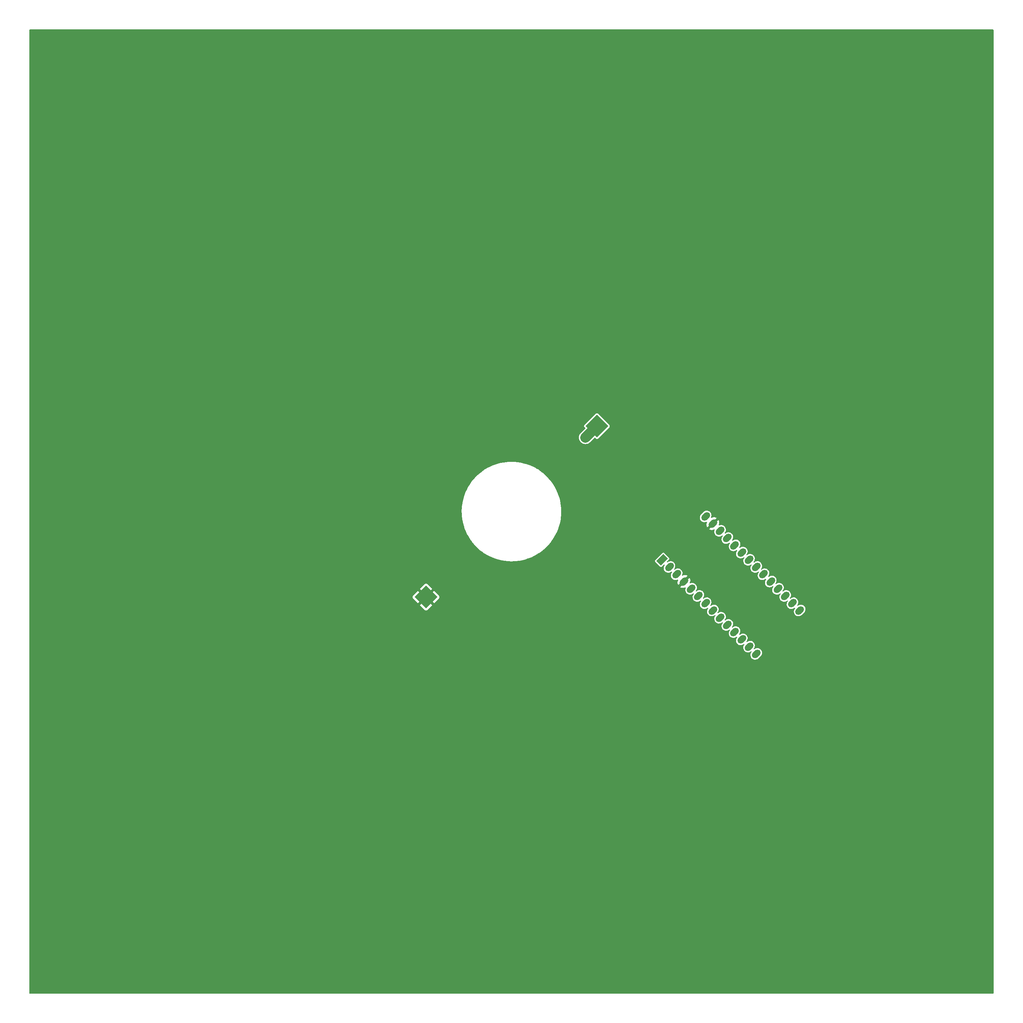
<source format=gbr>
%TF.GenerationSoftware,KiCad,Pcbnew,(6.0.10-0)*%
%TF.CreationDate,2023-02-20T09:20:58-05:00*%
%TF.ProjectId,Grad_Cap,47726164-5f43-4617-902e-6b696361645f,rev?*%
%TF.SameCoordinates,Original*%
%TF.FileFunction,Copper,L2,Bot*%
%TF.FilePolarity,Positive*%
%FSLAX46Y46*%
G04 Gerber Fmt 4.6, Leading zero omitted, Abs format (unit mm)*
G04 Created by KiCad (PCBNEW (6.0.10-0)) date 2023-02-20 09:20:58*
%MOMM*%
%LPD*%
G01*
G04 APERTURE LIST*
G04 Aperture macros list*
%AMHorizOval*
0 Thick line with rounded ends*
0 $1 width*
0 $2 $3 position (X,Y) of the first rounded end (center of the circle)*
0 $4 $5 position (X,Y) of the second rounded end (center of the circle)*
0 Add line between two ends*
20,1,$1,$2,$3,$4,$5,0*
0 Add two circle primitives to create the rounded ends*
1,1,$1,$2,$3*
1,1,$1,$4,$5*%
%AMRotRect*
0 Rectangle, with rotation*
0 The origin of the aperture is its center*
0 $1 length*
0 $2 width*
0 $3 Rotation angle, in degrees counterclockwise*
0 Add horizontal line*
21,1,$1,$2,0,0,$3*%
G04 Aperture macros list end*
%TA.AperFunction,ComponentPad*%
%ADD10RotRect,2.400000X1.600000X45.000000*%
%TD*%
%TA.AperFunction,ComponentPad*%
%ADD11HorizOval,1.600000X0.282843X0.282843X-0.282843X-0.282843X0*%
%TD*%
%TA.AperFunction,SMDPad,CuDef*%
%ADD12RotRect,4.000000X4.000000X225.000000*%
%TD*%
%TA.AperFunction,ViaPad*%
%ADD13C,0.800000*%
%TD*%
%TA.AperFunction,ViaPad*%
%ADD14C,1.500000*%
%TD*%
%TA.AperFunction,Conductor*%
%ADD15C,2.500000*%
%TD*%
G04 APERTURE END LIST*
D10*
%TO.P,U1,1,RST*%
%TO.N,unconnected-(U1-Pad1)*%
X227717464Y-202677309D03*
D11*
%TO.P,U1,2,5V*%
%TO.N,+5V*%
X229513515Y-204473360D03*
%TO.P,U1,3,AREF*%
%TO.N,unconnected-(U1-Pad3)*%
X231309566Y-206269411D03*
%TO.P,U1,4,GND*%
%TO.N,GND*%
X233105618Y-208065463D03*
%TO.P,U1,5,A0*%
%TO.N,unconnected-(U1-Pad5)*%
X234901669Y-209861514D03*
%TO.P,U1,6,A1*%
%TO.N,unconnected-(U1-Pad6)*%
X236697720Y-211657565D03*
%TO.P,U1,7,A2*%
%TO.N,unconnected-(U1-Pad7)*%
X238493771Y-213453616D03*
%TO.P,U1,8,A3*%
%TO.N,unconnected-(U1-Pad8)*%
X240289823Y-215249668D03*
%TO.P,U1,9,A4*%
%TO.N,unconnected-(U1-Pad9)*%
X242085874Y-217045719D03*
%TO.P,U1,10,A5*%
%TO.N,unconnected-(U1-Pad10)*%
X243881925Y-218841770D03*
%TO.P,U1,11,SCK*%
%TO.N,unconnected-(U1-Pad11)*%
X245677976Y-220637821D03*
%TO.P,U1,12,MOSI*%
%TO.N,unconnected-(U1-Pad12)*%
X247474027Y-222433872D03*
%TO.P,U1,13,MISO*%
%TO.N,unconnected-(U1-Pad13)*%
X249270079Y-224229924D03*
%TO.P,U1,14,3.3V*%
%TO.N,unconnected-(U1-Pad14)*%
X251066130Y-226025975D03*
%TO.P,U1,15,RX*%
%TO.N,unconnected-(U1-Pad15)*%
X261842437Y-215249668D03*
%TO.P,U1,16,TX*%
%TO.N,unconnected-(U1-Pad16)*%
X260046386Y-213453616D03*
%TO.P,U1,17,SDA*%
%TO.N,unconnected-(U1-Pad17)*%
X258250335Y-211657565D03*
%TO.P,U1,18,SCL*%
%TO.N,unconnected-(U1-Pad18)*%
X256454284Y-209861514D03*
%TO.P,U1,19,D5*%
%TO.N,unconnected-(U1-Pad19)*%
X254658232Y-208065463D03*
%TO.P,U1,20,D7*%
%TO.N,unconnected-(U1-Pad20)*%
X252862181Y-206269411D03*
%TO.P,U1,21,D9*%
%TO.N,Net-(R1-Pad1)*%
X251066130Y-204473360D03*
%TO.P,U1,22,D10*%
%TO.N,unconnected-(U1-Pad22)*%
X249270079Y-202677309D03*
%TO.P,U1,23,D11*%
%TO.N,unconnected-(U1-Pad23)*%
X247474027Y-200881258D03*
%TO.P,U1,24,D12*%
%TO.N,unconnected-(U1-Pad24)*%
X245677976Y-199085207D03*
%TO.P,U1,25,D13*%
%TO.N,unconnected-(U1-Pad25)*%
X243881925Y-197289155D03*
%TO.P,U1,26,VBUS*%
%TO.N,unconnected-(U1-Pad26)*%
X242085874Y-195493104D03*
%TO.P,U1,27,GND*%
%TO.N,GND*%
X240289823Y-193697053D03*
%TO.P,U1,28,VBAT*%
%TO.N,unconnected-(U1-Pad28)*%
X238493771Y-191901002D03*
%TD*%
D12*
%TO.P,TP2,1,1*%
%TO.N,GND*%
X169085443Y-211920467D03*
%TD*%
%TO.P,TP1,1,1*%
%TO.N,+5V*%
X211511850Y-169494060D03*
%TD*%
D13*
%TO.N,GND*%
X227424298Y-207195014D03*
X204413304Y-144584668D03*
X275626446Y-246672220D03*
X265249137Y-254394957D03*
X96635848Y-187454855D03*
X217959108Y-217629789D03*
X135995533Y-204007801D03*
X110968337Y-150528042D03*
X166054783Y-157085185D03*
X145255237Y-251683203D03*
X222323512Y-126532798D03*
X244648146Y-138675660D03*
X136280214Y-172459383D03*
X250036583Y-248586924D03*
X168082765Y-116843097D03*
X117416160Y-239218890D03*
X239098631Y-176859426D03*
X234913832Y-225497059D03*
X229381994Y-188893252D03*
X149870806Y-216354875D03*
X279689389Y-217899196D03*
X96581966Y-202040630D03*
X132233300Y-191569368D03*
X135341034Y-249025047D03*
X141059690Y-166712019D03*
X271643079Y-212315316D03*
X119231728Y-142195920D03*
X172956994Y-205901857D03*
X132556872Y-181475278D03*
X100910450Y-167806055D03*
X159425799Y-192395835D03*
X179830213Y-212547247D03*
X296103741Y-225999670D03*
X160575271Y-109308808D03*
X247324545Y-184959617D03*
X186528212Y-162661652D03*
X198324733Y-146901574D03*
X154002007Y-252599189D03*
X160305864Y-220467833D03*
X195592127Y-153744530D03*
X194466758Y-243800094D03*
X158258365Y-219636275D03*
X98809070Y-212421523D03*
X177213392Y-171327871D03*
X104413032Y-221760989D03*
X175554339Y-124439971D03*
X127168719Y-244301715D03*
X178032889Y-217963685D03*
X194892860Y-215528692D03*
X109370134Y-231064535D03*
X141662569Y-211164287D03*
X190228077Y-158052224D03*
X211834573Y-227705636D03*
X105653581Y-159006960D03*
X204129514Y-237837204D03*
X210361811Y-201070762D03*
X143746271Y-118133359D03*
X213521849Y-135712175D03*
X285784270Y-236255123D03*
X173343640Y-251198269D03*
X251168095Y-241895007D03*
X190691939Y-139465922D03*
X127976942Y-137153683D03*
X251293819Y-145590174D03*
X205225105Y-205196447D03*
X97894639Y-177685892D03*
X168298292Y-180393809D03*
X238721460Y-167125394D03*
X226616358Y-217468427D03*
X135334953Y-126480472D03*
X182989991Y-132099425D03*
X257993090Y-152451090D03*
X233315346Y-161791122D03*
X255460375Y-193149893D03*
X160855993Y-155378936D03*
X150913506Y-160443801D03*
X263632691Y-204304927D03*
X230764670Y-168867281D03*
X183670934Y-249060968D03*
X181912360Y-166013115D03*
X166286714Y-199053528D03*
X237769553Y-131994066D03*
X243121786Y-233615210D03*
X282329584Y-216336915D03*
X211430108Y-192251868D03*
D14*
%TO.N,+5V*%
X208655562Y-172333660D03*
%TD*%
D15*
%TO.N,+5V*%
X208655562Y-172333660D02*
X211495162Y-169494060D01*
X211495162Y-169494060D02*
X211511850Y-169494060D01*
%TD*%
%TA.AperFunction,Conductor*%
%TO.N,GND*%
G36*
X309891185Y-71077449D02*
G01*
X309936940Y-71130253D01*
X309948146Y-71181764D01*
X309948146Y-310232763D01*
X309928461Y-310299802D01*
X309875657Y-310345557D01*
X309824146Y-310356763D01*
X70773147Y-310356763D01*
X70706108Y-310337078D01*
X70660353Y-310284274D01*
X70649147Y-310232763D01*
X70649147Y-213936835D01*
X167570279Y-213936835D01*
X167570408Y-213938641D01*
X167574590Y-213945148D01*
X168762975Y-215133533D01*
X168767981Y-215138025D01*
X168807226Y-215169579D01*
X168820368Y-215177671D01*
X168935626Y-215230076D01*
X168952409Y-215234984D01*
X169076701Y-215252784D01*
X169094185Y-215252784D01*
X169218477Y-215234984D01*
X169235260Y-215230076D01*
X169350518Y-215177671D01*
X169363660Y-215169579D01*
X169402905Y-215138025D01*
X169407911Y-215133533D01*
X170593116Y-213948329D01*
X170600608Y-213934609D01*
X170600479Y-213932803D01*
X170596297Y-213926296D01*
X169098050Y-212428049D01*
X169084330Y-212420557D01*
X169082524Y-212420686D01*
X169076017Y-212424868D01*
X167577771Y-213923115D01*
X167570279Y-213936835D01*
X70649147Y-213936835D01*
X70649147Y-211929209D01*
X165753126Y-211929209D01*
X165770926Y-212053501D01*
X165775834Y-212070284D01*
X165828239Y-212185542D01*
X165836331Y-212198684D01*
X165867885Y-212237929D01*
X165872377Y-212242935D01*
X167057582Y-213428140D01*
X167071302Y-213435632D01*
X167073108Y-213435503D01*
X167079615Y-213431321D01*
X168577861Y-211933074D01*
X168584137Y-211921580D01*
X169585533Y-211921580D01*
X169585662Y-211923386D01*
X169589844Y-211929893D01*
X171088091Y-213428140D01*
X171101811Y-213435632D01*
X171103617Y-213435503D01*
X171110124Y-213431321D01*
X172298509Y-212242935D01*
X172303001Y-212237929D01*
X172334555Y-212198684D01*
X172342647Y-212185542D01*
X172395052Y-212070284D01*
X172399960Y-212053501D01*
X172417760Y-211929209D01*
X172417760Y-211911725D01*
X172399960Y-211787433D01*
X172395052Y-211770650D01*
X172342647Y-211655392D01*
X172334555Y-211642250D01*
X172303001Y-211603005D01*
X172298509Y-211597999D01*
X171113305Y-210412795D01*
X171099585Y-210405303D01*
X171097779Y-210405432D01*
X171091272Y-210409614D01*
X169593025Y-211907860D01*
X169585533Y-211921580D01*
X168584137Y-211921580D01*
X168585353Y-211919354D01*
X168585224Y-211917548D01*
X168581042Y-211911041D01*
X167082796Y-210412795D01*
X167069076Y-210405303D01*
X167067270Y-210405432D01*
X167060763Y-210409614D01*
X165872377Y-211597999D01*
X165867885Y-211603005D01*
X165836331Y-211642250D01*
X165828239Y-211655392D01*
X165775834Y-211770650D01*
X165770926Y-211787433D01*
X165753126Y-211911725D01*
X165753126Y-211929209D01*
X70649147Y-211929209D01*
X70649147Y-209906326D01*
X167570279Y-209906326D01*
X167570408Y-209908132D01*
X167574590Y-209914639D01*
X169072836Y-211412885D01*
X169086556Y-211420377D01*
X169088362Y-211420248D01*
X169094869Y-211416066D01*
X170593116Y-209917820D01*
X170600608Y-209904100D01*
X170600479Y-209902294D01*
X170596297Y-209895787D01*
X170181230Y-209480720D01*
X232190866Y-209480720D01*
X232195961Y-209487526D01*
X232266587Y-209528302D01*
X232276357Y-209532857D01*
X232479934Y-209606954D01*
X232490364Y-209609748D01*
X232703707Y-209647366D01*
X232714454Y-209648306D01*
X232931096Y-209648306D01*
X232941843Y-209647366D01*
X233155186Y-209609748D01*
X233165616Y-209606954D01*
X233369192Y-209532858D01*
X233378963Y-209528301D01*
X233384880Y-209524885D01*
X233452780Y-209508411D01*
X233518808Y-209531263D01*
X233561999Y-209586183D01*
X233568641Y-209655736D01*
X233562822Y-209674244D01*
X233563289Y-209674402D01*
X233495322Y-209874628D01*
X233494506Y-209880254D01*
X233494506Y-209880255D01*
X233469373Y-210053593D01*
X233464980Y-210083887D01*
X233473282Y-210295170D01*
X233474537Y-210300715D01*
X233518010Y-210492842D01*
X233519947Y-210501404D01*
X233603415Y-210695680D01*
X233661907Y-210783219D01*
X233717730Y-210866765D01*
X233717733Y-210866769D01*
X233720889Y-210871492D01*
X233868435Y-211022952D01*
X233873077Y-211026232D01*
X233873082Y-211026237D01*
X234036469Y-211141708D01*
X234036474Y-211141711D01*
X234041111Y-211144988D01*
X234233136Y-211233512D01*
X234438077Y-211285561D01*
X234543575Y-211292476D01*
X234643406Y-211299019D01*
X234643410Y-211299019D01*
X234649072Y-211299390D01*
X234654716Y-211298722D01*
X234853404Y-211275206D01*
X234853408Y-211275205D01*
X234859053Y-211274537D01*
X234866377Y-211272263D01*
X235055557Y-211213521D01*
X235055560Y-211213520D01*
X235060989Y-211211834D01*
X235194277Y-211141708D01*
X235243089Y-211116027D01*
X235243090Y-211116026D01*
X235248118Y-211113381D01*
X235316771Y-211059260D01*
X235361489Y-211024007D01*
X235426323Y-210997963D01*
X235494945Y-211011104D01*
X235545570Y-211059260D01*
X235562122Y-211127140D01*
X235539349Y-211193194D01*
X235533598Y-211200670D01*
X235509542Y-211229594D01*
X235466292Y-211281596D01*
X235466290Y-211281599D01*
X235462658Y-211285966D01*
X235455348Y-211299019D01*
X235362121Y-211465486D01*
X235362118Y-211465492D01*
X235359340Y-211470453D01*
X235291373Y-211670679D01*
X235290557Y-211676305D01*
X235290557Y-211676306D01*
X235265424Y-211849644D01*
X235261031Y-211879938D01*
X235269333Y-212091221D01*
X235270588Y-212096766D01*
X235314061Y-212288893D01*
X235315998Y-212297455D01*
X235399466Y-212491731D01*
X235457958Y-212579270D01*
X235513781Y-212662816D01*
X235513784Y-212662820D01*
X235516940Y-212667543D01*
X235664486Y-212819003D01*
X235669128Y-212822283D01*
X235669133Y-212822288D01*
X235832520Y-212937759D01*
X235832525Y-212937762D01*
X235837162Y-212941039D01*
X236029187Y-213029563D01*
X236234128Y-213081612D01*
X236339626Y-213088527D01*
X236439457Y-213095070D01*
X236439461Y-213095070D01*
X236445123Y-213095441D01*
X236450767Y-213094773D01*
X236649455Y-213071257D01*
X236649459Y-213071256D01*
X236655104Y-213070588D01*
X236662428Y-213068314D01*
X236851608Y-213009572D01*
X236851611Y-213009571D01*
X236857040Y-213007885D01*
X236990328Y-212937759D01*
X237039140Y-212912078D01*
X237039141Y-212912077D01*
X237044169Y-212909432D01*
X237112822Y-212855311D01*
X237157540Y-212820058D01*
X237222374Y-212794014D01*
X237290996Y-212807155D01*
X237341621Y-212855311D01*
X237358173Y-212923191D01*
X237335400Y-212989245D01*
X237329649Y-212996721D01*
X237305593Y-213025645D01*
X237262343Y-213077647D01*
X237262341Y-213077650D01*
X237258709Y-213082017D01*
X237251399Y-213095070D01*
X237158172Y-213261537D01*
X237158169Y-213261543D01*
X237155391Y-213266504D01*
X237153563Y-213271891D01*
X237153561Y-213271894D01*
X237098237Y-213434875D01*
X237087424Y-213466730D01*
X237086608Y-213472356D01*
X237086608Y-213472357D01*
X237061475Y-213645695D01*
X237057082Y-213675989D01*
X237065384Y-213887272D01*
X237082704Y-213963815D01*
X237110617Y-214087176D01*
X237112049Y-214093506D01*
X237195517Y-214287782D01*
X237254009Y-214375321D01*
X237309832Y-214458867D01*
X237309835Y-214458871D01*
X237312991Y-214463594D01*
X237460537Y-214615054D01*
X237465179Y-214618334D01*
X237465184Y-214618339D01*
X237628571Y-214733810D01*
X237628576Y-214733813D01*
X237633213Y-214737090D01*
X237825238Y-214825614D01*
X238030179Y-214877663D01*
X238135677Y-214884578D01*
X238235508Y-214891121D01*
X238235512Y-214891121D01*
X238241174Y-214891492D01*
X238246818Y-214890824D01*
X238445506Y-214867308D01*
X238445510Y-214867307D01*
X238451155Y-214866639D01*
X238458479Y-214864365D01*
X238647659Y-214805623D01*
X238647662Y-214805622D01*
X238653091Y-214803936D01*
X238840220Y-214705483D01*
X238908878Y-214651358D01*
X238953596Y-214616105D01*
X239018430Y-214590061D01*
X239087052Y-214603202D01*
X239137677Y-214651358D01*
X239154229Y-214719238D01*
X239131456Y-214785292D01*
X239125703Y-214792770D01*
X239101645Y-214821697D01*
X239058395Y-214873699D01*
X239058393Y-214873702D01*
X239054761Y-214878069D01*
X239051983Y-214883030D01*
X238954224Y-215057589D01*
X238954221Y-215057595D01*
X238951443Y-215062556D01*
X238949615Y-215067943D01*
X238949613Y-215067946D01*
X238925825Y-215138025D01*
X238883476Y-215262782D01*
X238882660Y-215268408D01*
X238882660Y-215268409D01*
X238857527Y-215441747D01*
X238853134Y-215472041D01*
X238861436Y-215683324D01*
X238862691Y-215688869D01*
X238906164Y-215880996D01*
X238908101Y-215889558D01*
X238991569Y-216083834D01*
X239050061Y-216171373D01*
X239105884Y-216254919D01*
X239105887Y-216254923D01*
X239109043Y-216259646D01*
X239256589Y-216411106D01*
X239261231Y-216414386D01*
X239261236Y-216414391D01*
X239424623Y-216529862D01*
X239424628Y-216529865D01*
X239429265Y-216533142D01*
X239621290Y-216621666D01*
X239826231Y-216673715D01*
X239931728Y-216680629D01*
X240031560Y-216687173D01*
X240031564Y-216687173D01*
X240037226Y-216687544D01*
X240042870Y-216686876D01*
X240241558Y-216663360D01*
X240241562Y-216663359D01*
X240247207Y-216662691D01*
X240254531Y-216660417D01*
X240443711Y-216601675D01*
X240443714Y-216601674D01*
X240449143Y-216599988D01*
X240582431Y-216529862D01*
X240631243Y-216504181D01*
X240631244Y-216504180D01*
X240636272Y-216501535D01*
X240704925Y-216447414D01*
X240749643Y-216412161D01*
X240814477Y-216386117D01*
X240883099Y-216399258D01*
X240933724Y-216447414D01*
X240950276Y-216515294D01*
X240927503Y-216581348D01*
X240921752Y-216588824D01*
X240897696Y-216617748D01*
X240854446Y-216669750D01*
X240854444Y-216669753D01*
X240850812Y-216674120D01*
X240843502Y-216687173D01*
X240750275Y-216853640D01*
X240750272Y-216853646D01*
X240747494Y-216858607D01*
X240679527Y-217058833D01*
X240678711Y-217064459D01*
X240678711Y-217064460D01*
X240653578Y-217237798D01*
X240649185Y-217268092D01*
X240657487Y-217479375D01*
X240658742Y-217484920D01*
X240702215Y-217677047D01*
X240704152Y-217685609D01*
X240787620Y-217879885D01*
X240846112Y-217967424D01*
X240901935Y-218050970D01*
X240901938Y-218050974D01*
X240905094Y-218055697D01*
X241052640Y-218207157D01*
X241057282Y-218210437D01*
X241057287Y-218210442D01*
X241220674Y-218325913D01*
X241220679Y-218325916D01*
X241225316Y-218329193D01*
X241417341Y-218417717D01*
X241622282Y-218469766D01*
X241727779Y-218476680D01*
X241827611Y-218483224D01*
X241827615Y-218483224D01*
X241833277Y-218483595D01*
X241838921Y-218482927D01*
X242037609Y-218459411D01*
X242037613Y-218459410D01*
X242043258Y-218458742D01*
X242050582Y-218456468D01*
X242239762Y-218397726D01*
X242239765Y-218397725D01*
X242245194Y-218396039D01*
X242378482Y-218325913D01*
X242427294Y-218300232D01*
X242427295Y-218300231D01*
X242432323Y-218297586D01*
X242500976Y-218243465D01*
X242545694Y-218208212D01*
X242610528Y-218182168D01*
X242679150Y-218195309D01*
X242729775Y-218243465D01*
X242746327Y-218311345D01*
X242723554Y-218377399D01*
X242717803Y-218384875D01*
X242693747Y-218413799D01*
X242650497Y-218465801D01*
X242650495Y-218465804D01*
X242646863Y-218470171D01*
X242639553Y-218483224D01*
X242546326Y-218649691D01*
X242546323Y-218649697D01*
X242543545Y-218654658D01*
X242475578Y-218854884D01*
X242474762Y-218860510D01*
X242474762Y-218860511D01*
X242449629Y-219033849D01*
X242445236Y-219064143D01*
X242453538Y-219275426D01*
X242454793Y-219280971D01*
X242498266Y-219473098D01*
X242500203Y-219481660D01*
X242583671Y-219675936D01*
X242642163Y-219763475D01*
X242697986Y-219847021D01*
X242697989Y-219847025D01*
X242701145Y-219851748D01*
X242848691Y-220003208D01*
X242853333Y-220006488D01*
X242853338Y-220006493D01*
X243016725Y-220121964D01*
X243016730Y-220121967D01*
X243021367Y-220125244D01*
X243213392Y-220213768D01*
X243418333Y-220265817D01*
X243523830Y-220272731D01*
X243623662Y-220279275D01*
X243623666Y-220279275D01*
X243629328Y-220279646D01*
X243634972Y-220278978D01*
X243833660Y-220255462D01*
X243833664Y-220255461D01*
X243839309Y-220254793D01*
X243846633Y-220252519D01*
X244035813Y-220193777D01*
X244035816Y-220193776D01*
X244041245Y-220192090D01*
X244174533Y-220121964D01*
X244223345Y-220096283D01*
X244223346Y-220096282D01*
X244228374Y-220093637D01*
X244297027Y-220039516D01*
X244341745Y-220004263D01*
X244406579Y-219978219D01*
X244475201Y-219991360D01*
X244525826Y-220039516D01*
X244542378Y-220107396D01*
X244519605Y-220173450D01*
X244513854Y-220180926D01*
X244489798Y-220209850D01*
X244446548Y-220261852D01*
X244446546Y-220261855D01*
X244442914Y-220266222D01*
X244435604Y-220279275D01*
X244342377Y-220445742D01*
X244342374Y-220445748D01*
X244339596Y-220450709D01*
X244271629Y-220650935D01*
X244270813Y-220656561D01*
X244270813Y-220656562D01*
X244245680Y-220829900D01*
X244241287Y-220860194D01*
X244249589Y-221071477D01*
X244250844Y-221077022D01*
X244294317Y-221269149D01*
X244296254Y-221277711D01*
X244379722Y-221471987D01*
X244438214Y-221559526D01*
X244494037Y-221643072D01*
X244494040Y-221643076D01*
X244497196Y-221647799D01*
X244644742Y-221799259D01*
X244649384Y-221802539D01*
X244649389Y-221802544D01*
X244812776Y-221918015D01*
X244812781Y-221918018D01*
X244817418Y-221921295D01*
X245009443Y-222009819D01*
X245214384Y-222061868D01*
X245319881Y-222068782D01*
X245419713Y-222075326D01*
X245419717Y-222075326D01*
X245425379Y-222075697D01*
X245431023Y-222075029D01*
X245629711Y-222051513D01*
X245629715Y-222051512D01*
X245635360Y-222050844D01*
X245642684Y-222048570D01*
X245831864Y-221989828D01*
X245831867Y-221989827D01*
X245837296Y-221988141D01*
X245970584Y-221918015D01*
X246019396Y-221892334D01*
X246019397Y-221892333D01*
X246024425Y-221889688D01*
X246093078Y-221835567D01*
X246137796Y-221800314D01*
X246202630Y-221774270D01*
X246271252Y-221787411D01*
X246321877Y-221835567D01*
X246338429Y-221903447D01*
X246315656Y-221969501D01*
X246309905Y-221976977D01*
X246285849Y-222005901D01*
X246242599Y-222057903D01*
X246242597Y-222057906D01*
X246238965Y-222062273D01*
X246231655Y-222075326D01*
X246138428Y-222241793D01*
X246138425Y-222241799D01*
X246135647Y-222246760D01*
X246067680Y-222446986D01*
X246066864Y-222452612D01*
X246066864Y-222452613D01*
X246041731Y-222625951D01*
X246037338Y-222656245D01*
X246045640Y-222867528D01*
X246050898Y-222890764D01*
X246082897Y-223032182D01*
X246092305Y-223073762D01*
X246175773Y-223268038D01*
X246234265Y-223355577D01*
X246290088Y-223439123D01*
X246290091Y-223439127D01*
X246293247Y-223443850D01*
X246440793Y-223595310D01*
X246445435Y-223598590D01*
X246445440Y-223598595D01*
X246608827Y-223714066D01*
X246608832Y-223714069D01*
X246613469Y-223717346D01*
X246805494Y-223805870D01*
X247010435Y-223857919D01*
X247115932Y-223864833D01*
X247215764Y-223871377D01*
X247215768Y-223871377D01*
X247221430Y-223871748D01*
X247227074Y-223871080D01*
X247425762Y-223847564D01*
X247425766Y-223847563D01*
X247431411Y-223846895D01*
X247438735Y-223844621D01*
X247627915Y-223785879D01*
X247627918Y-223785878D01*
X247633347Y-223784192D01*
X247820476Y-223685739D01*
X247889134Y-223631614D01*
X247933852Y-223596361D01*
X247998686Y-223570317D01*
X248067308Y-223583458D01*
X248117933Y-223631614D01*
X248134485Y-223699494D01*
X248111712Y-223765548D01*
X248105959Y-223773026D01*
X248081901Y-223801953D01*
X248038651Y-223853955D01*
X248038649Y-223853958D01*
X248035017Y-223858325D01*
X248032239Y-223863286D01*
X247934480Y-224037845D01*
X247934477Y-224037851D01*
X247931699Y-224042812D01*
X247863732Y-224243038D01*
X247862916Y-224248664D01*
X247862916Y-224248665D01*
X247837783Y-224422003D01*
X247833390Y-224452297D01*
X247841692Y-224663580D01*
X247842947Y-224669125D01*
X247886420Y-224861252D01*
X247888357Y-224869814D01*
X247971825Y-225064090D01*
X248030317Y-225151629D01*
X248086140Y-225235175D01*
X248086143Y-225235179D01*
X248089299Y-225239902D01*
X248236845Y-225391362D01*
X248241487Y-225394642D01*
X248241492Y-225394647D01*
X248404879Y-225510118D01*
X248404884Y-225510121D01*
X248409521Y-225513398D01*
X248601546Y-225601922D01*
X248806487Y-225653971D01*
X248911984Y-225660885D01*
X249011816Y-225667429D01*
X249011820Y-225667429D01*
X249017482Y-225667800D01*
X249023126Y-225667132D01*
X249221814Y-225643616D01*
X249221818Y-225643615D01*
X249227463Y-225642947D01*
X249234787Y-225640673D01*
X249423967Y-225581931D01*
X249423970Y-225581930D01*
X249429399Y-225580244D01*
X249562687Y-225510118D01*
X249611499Y-225484437D01*
X249611500Y-225484436D01*
X249616528Y-225481791D01*
X249685181Y-225427670D01*
X249729899Y-225392417D01*
X249794733Y-225366373D01*
X249863355Y-225379514D01*
X249913980Y-225427670D01*
X249930532Y-225495550D01*
X249907759Y-225561604D01*
X249902008Y-225569080D01*
X249877952Y-225598004D01*
X249834702Y-225650006D01*
X249834700Y-225650009D01*
X249831068Y-225654376D01*
X249823758Y-225667429D01*
X249730531Y-225833896D01*
X249730528Y-225833902D01*
X249727750Y-225838863D01*
X249659783Y-226039089D01*
X249658967Y-226044715D01*
X249658967Y-226044716D01*
X249633834Y-226218054D01*
X249629441Y-226248348D01*
X249637743Y-226459631D01*
X249684408Y-226665865D01*
X249767876Y-226860141D01*
X249826368Y-226947680D01*
X249882191Y-227031226D01*
X249882194Y-227031230D01*
X249885350Y-227035953D01*
X250032896Y-227187413D01*
X250037538Y-227190693D01*
X250037543Y-227190698D01*
X250200930Y-227306169D01*
X250200935Y-227306172D01*
X250205572Y-227309449D01*
X250397597Y-227397973D01*
X250602538Y-227450022D01*
X250708035Y-227456936D01*
X250807867Y-227463480D01*
X250807871Y-227463480D01*
X250813533Y-227463851D01*
X250819177Y-227463183D01*
X251017865Y-227439667D01*
X251017869Y-227439666D01*
X251023514Y-227438998D01*
X251030838Y-227436724D01*
X251220018Y-227377982D01*
X251220021Y-227377981D01*
X251225450Y-227376295D01*
X251412579Y-227277842D01*
X251548345Y-227170813D01*
X252200429Y-226518728D01*
X252254308Y-226453946D01*
X252297558Y-226401944D01*
X252297560Y-226401941D01*
X252301192Y-226397574D01*
X252334590Y-226337938D01*
X252401729Y-226218054D01*
X252401732Y-226218048D01*
X252404510Y-226213087D01*
X252472477Y-226012861D01*
X252497706Y-225838863D01*
X252502004Y-225809224D01*
X252502004Y-225809222D01*
X252502819Y-225803602D01*
X252494517Y-225592319D01*
X252457262Y-225427670D01*
X252449106Y-225391626D01*
X252449105Y-225391624D01*
X252447852Y-225386085D01*
X252364384Y-225191809D01*
X252275552Y-225058862D01*
X252250069Y-225020724D01*
X252250066Y-225020720D01*
X252246910Y-225015997D01*
X252099364Y-224864537D01*
X252094722Y-224861257D01*
X252094717Y-224861252D01*
X251931330Y-224745781D01*
X251931325Y-224745778D01*
X251926688Y-224742501D01*
X251734663Y-224653977D01*
X251529722Y-224601928D01*
X251523544Y-224601523D01*
X251515183Y-224600975D01*
X251318727Y-224588098D01*
X251313076Y-224588767D01*
X251313071Y-224588767D01*
X251130698Y-224610354D01*
X251108746Y-224612952D01*
X251103322Y-224614636D01*
X251103323Y-224614636D01*
X250912239Y-224673968D01*
X250912236Y-224673969D01*
X250906810Y-224675654D01*
X250719681Y-224774108D01*
X250715215Y-224777629D01*
X250606310Y-224863482D01*
X250541476Y-224889526D01*
X250472854Y-224876385D01*
X250422229Y-224828229D01*
X250405677Y-224760349D01*
X250428450Y-224694295D01*
X250434201Y-224686819D01*
X250495636Y-224612952D01*
X250501507Y-224605893D01*
X250501509Y-224605890D01*
X250505141Y-224601523D01*
X250538539Y-224541887D01*
X250605678Y-224422003D01*
X250605681Y-224421997D01*
X250608459Y-224417036D01*
X250676426Y-224216810D01*
X250701655Y-224042812D01*
X250705953Y-224013173D01*
X250705953Y-224013171D01*
X250706768Y-224007551D01*
X250698466Y-223796268D01*
X250671306Y-223676235D01*
X250653055Y-223595575D01*
X250653054Y-223595573D01*
X250651801Y-223590034D01*
X250568333Y-223395758D01*
X250479500Y-223262810D01*
X250454018Y-223224673D01*
X250454015Y-223224669D01*
X250450859Y-223219946D01*
X250303313Y-223068486D01*
X250298671Y-223065206D01*
X250298666Y-223065201D01*
X250135279Y-222949730D01*
X250135274Y-222949727D01*
X250130637Y-222946450D01*
X249938612Y-222857926D01*
X249733671Y-222805877D01*
X249522676Y-222792047D01*
X249517025Y-222792716D01*
X249517020Y-222792716D01*
X249334647Y-222814303D01*
X249312695Y-222816901D01*
X249307271Y-222818585D01*
X249307272Y-222818585D01*
X249116188Y-222877917D01*
X249116185Y-222877918D01*
X249110759Y-222879603D01*
X248923630Y-222978057D01*
X248919164Y-222981578D01*
X248810254Y-223067435D01*
X248745420Y-223093479D01*
X248676798Y-223080338D01*
X248626173Y-223032182D01*
X248609621Y-222964302D01*
X248632394Y-222898248D01*
X248638151Y-222890764D01*
X248645232Y-222882251D01*
X248666626Y-222856527D01*
X248705455Y-222809841D01*
X248705457Y-222809838D01*
X248709089Y-222805471D01*
X248742487Y-222745835D01*
X248809626Y-222625951D01*
X248809629Y-222625945D01*
X248812407Y-222620984D01*
X248880374Y-222420758D01*
X248905603Y-222246760D01*
X248909901Y-222217121D01*
X248909901Y-222217119D01*
X248910716Y-222211499D01*
X248902414Y-222000216D01*
X248865159Y-221835567D01*
X248857003Y-221799523D01*
X248857002Y-221799521D01*
X248855749Y-221793982D01*
X248772281Y-221599706D01*
X248683449Y-221466759D01*
X248657966Y-221428621D01*
X248657963Y-221428617D01*
X248654807Y-221423894D01*
X248507261Y-221272434D01*
X248502619Y-221269154D01*
X248502614Y-221269149D01*
X248339227Y-221153678D01*
X248339222Y-221153675D01*
X248334585Y-221150398D01*
X248142560Y-221061874D01*
X247937619Y-221009825D01*
X247931441Y-221009420D01*
X247923080Y-221008872D01*
X247726624Y-220995995D01*
X247720973Y-220996664D01*
X247720968Y-220996664D01*
X247538595Y-221018251D01*
X247516643Y-221020849D01*
X247511219Y-221022533D01*
X247511220Y-221022533D01*
X247320136Y-221081865D01*
X247320133Y-221081866D01*
X247314707Y-221083551D01*
X247127578Y-221182005D01*
X247123112Y-221185526D01*
X247014207Y-221271379D01*
X246949373Y-221297423D01*
X246880751Y-221284282D01*
X246830126Y-221236126D01*
X246813574Y-221168246D01*
X246836347Y-221102192D01*
X246842098Y-221094716D01*
X246903533Y-221020849D01*
X246909404Y-221013790D01*
X246909406Y-221013787D01*
X246913038Y-221009420D01*
X246946436Y-220949784D01*
X247013575Y-220829900D01*
X247013578Y-220829894D01*
X247016356Y-220824933D01*
X247084323Y-220624707D01*
X247109552Y-220450709D01*
X247113850Y-220421070D01*
X247113850Y-220421068D01*
X247114665Y-220415448D01*
X247106363Y-220204165D01*
X247069108Y-220039516D01*
X247060952Y-220003472D01*
X247060951Y-220003470D01*
X247059698Y-219997931D01*
X246976230Y-219803655D01*
X246887398Y-219670708D01*
X246861915Y-219632570D01*
X246861912Y-219632566D01*
X246858756Y-219627843D01*
X246711210Y-219476383D01*
X246706568Y-219473103D01*
X246706563Y-219473098D01*
X246543176Y-219357627D01*
X246543171Y-219357624D01*
X246538534Y-219354347D01*
X246346509Y-219265823D01*
X246141568Y-219213774D01*
X246135390Y-219213369D01*
X246127029Y-219212821D01*
X245930573Y-219199944D01*
X245924922Y-219200613D01*
X245924917Y-219200613D01*
X245742544Y-219222200D01*
X245720592Y-219224798D01*
X245715168Y-219226482D01*
X245715169Y-219226482D01*
X245524085Y-219285814D01*
X245524082Y-219285815D01*
X245518656Y-219287500D01*
X245331527Y-219385954D01*
X245327061Y-219389475D01*
X245218156Y-219475328D01*
X245153322Y-219501372D01*
X245084700Y-219488231D01*
X245034075Y-219440075D01*
X245017523Y-219372195D01*
X245040296Y-219306141D01*
X245046047Y-219298665D01*
X245107482Y-219224798D01*
X245113353Y-219217739D01*
X245113355Y-219217736D01*
X245116987Y-219213369D01*
X245150385Y-219153733D01*
X245217524Y-219033849D01*
X245217527Y-219033843D01*
X245220305Y-219028882D01*
X245288272Y-218828656D01*
X245313501Y-218654658D01*
X245317799Y-218625019D01*
X245317799Y-218625017D01*
X245318614Y-218619397D01*
X245310312Y-218408114D01*
X245273057Y-218243465D01*
X245264901Y-218207421D01*
X245264900Y-218207419D01*
X245263647Y-218201880D01*
X245180179Y-218007604D01*
X245091347Y-217874657D01*
X245065864Y-217836519D01*
X245065861Y-217836515D01*
X245062705Y-217831792D01*
X244915159Y-217680332D01*
X244910517Y-217677052D01*
X244910512Y-217677047D01*
X244747125Y-217561576D01*
X244747120Y-217561573D01*
X244742483Y-217558296D01*
X244550458Y-217469772D01*
X244345517Y-217417723D01*
X244339339Y-217417318D01*
X244330978Y-217416770D01*
X244134522Y-217403893D01*
X244128871Y-217404562D01*
X244128866Y-217404562D01*
X243946493Y-217426149D01*
X243924541Y-217428747D01*
X243919117Y-217430431D01*
X243919118Y-217430431D01*
X243728034Y-217489763D01*
X243728031Y-217489764D01*
X243722605Y-217491449D01*
X243535476Y-217589903D01*
X243531010Y-217593424D01*
X243422105Y-217679277D01*
X243357271Y-217705321D01*
X243288649Y-217692180D01*
X243238024Y-217644024D01*
X243221472Y-217576144D01*
X243244245Y-217510090D01*
X243249996Y-217502614D01*
X243311431Y-217428747D01*
X243317302Y-217421688D01*
X243317304Y-217421685D01*
X243320936Y-217417318D01*
X243354334Y-217357682D01*
X243421473Y-217237798D01*
X243421476Y-217237792D01*
X243424254Y-217232831D01*
X243492221Y-217032605D01*
X243517450Y-216858607D01*
X243521748Y-216828968D01*
X243521748Y-216828966D01*
X243522563Y-216823346D01*
X243514261Y-216612063D01*
X243477006Y-216447414D01*
X243468850Y-216411370D01*
X243468849Y-216411368D01*
X243467596Y-216405829D01*
X243384128Y-216211553D01*
X243295296Y-216078606D01*
X243269813Y-216040468D01*
X243269810Y-216040464D01*
X243266654Y-216035741D01*
X243119108Y-215884281D01*
X243114466Y-215881001D01*
X243114461Y-215880996D01*
X242951074Y-215765525D01*
X242951069Y-215765522D01*
X242946432Y-215762245D01*
X242754407Y-215673721D01*
X242549466Y-215621672D01*
X242543288Y-215621267D01*
X242534927Y-215620719D01*
X242338471Y-215607842D01*
X242332820Y-215608511D01*
X242332815Y-215608511D01*
X242150442Y-215630098D01*
X242128490Y-215632696D01*
X242123066Y-215634380D01*
X242123067Y-215634380D01*
X241931983Y-215693712D01*
X241931980Y-215693713D01*
X241926554Y-215695398D01*
X241739425Y-215793852D01*
X241734959Y-215797373D01*
X241626054Y-215883226D01*
X241561220Y-215909270D01*
X241492598Y-215896129D01*
X241441973Y-215847973D01*
X241425421Y-215780093D01*
X241448194Y-215714039D01*
X241453945Y-215706563D01*
X241515380Y-215632696D01*
X241521251Y-215625637D01*
X241521253Y-215625634D01*
X241524885Y-215621267D01*
X241558283Y-215561631D01*
X241625422Y-215441747D01*
X241625425Y-215441741D01*
X241628203Y-215436780D01*
X241696170Y-215236554D01*
X241705881Y-215169579D01*
X241725697Y-215032917D01*
X241725697Y-215032915D01*
X241726512Y-215027295D01*
X241718210Y-214816012D01*
X241680954Y-214651359D01*
X241672799Y-214615319D01*
X241672798Y-214615317D01*
X241671545Y-214609778D01*
X241588077Y-214415502D01*
X241499244Y-214282554D01*
X241473762Y-214244417D01*
X241473759Y-214244413D01*
X241470603Y-214239690D01*
X241323057Y-214088230D01*
X241318415Y-214084950D01*
X241318410Y-214084945D01*
X241155023Y-213969474D01*
X241155018Y-213969471D01*
X241150381Y-213966194D01*
X241111629Y-213948329D01*
X241063835Y-213926296D01*
X240958356Y-213877670D01*
X240753415Y-213825621D01*
X240542420Y-213811791D01*
X240536769Y-213812460D01*
X240536764Y-213812460D01*
X240354391Y-213834047D01*
X240332439Y-213836645D01*
X240327015Y-213838329D01*
X240327016Y-213838329D01*
X240135932Y-213897661D01*
X240135929Y-213897662D01*
X240130503Y-213899347D01*
X239943374Y-213997801D01*
X239874718Y-214051925D01*
X239829998Y-214087179D01*
X239765164Y-214113223D01*
X239696542Y-214100082D01*
X239645917Y-214051926D01*
X239629365Y-213984046D01*
X239652138Y-213917992D01*
X239657895Y-213910508D01*
X239664976Y-213901995D01*
X239686370Y-213876271D01*
X239725199Y-213829585D01*
X239725201Y-213829582D01*
X239728833Y-213825215D01*
X239762231Y-213765579D01*
X239829370Y-213645695D01*
X239829373Y-213645689D01*
X239832151Y-213640728D01*
X239900118Y-213440502D01*
X239901449Y-213431321D01*
X239929645Y-213236865D01*
X239929645Y-213236863D01*
X239930460Y-213231243D01*
X239922158Y-213019960D01*
X239884903Y-212855311D01*
X239876747Y-212819267D01*
X239876746Y-212819265D01*
X239875493Y-212813726D01*
X239792025Y-212619450D01*
X239703193Y-212486503D01*
X239677710Y-212448365D01*
X239677707Y-212448361D01*
X239674551Y-212443638D01*
X239527005Y-212292178D01*
X239522363Y-212288898D01*
X239522358Y-212288893D01*
X239358971Y-212173422D01*
X239358966Y-212173419D01*
X239354329Y-212170142D01*
X239162304Y-212081618D01*
X238957363Y-212029569D01*
X238951185Y-212029164D01*
X238942824Y-212028616D01*
X238746368Y-212015739D01*
X238740717Y-212016408D01*
X238740712Y-212016408D01*
X238558339Y-212037995D01*
X238536387Y-212040593D01*
X238530963Y-212042277D01*
X238530964Y-212042277D01*
X238339880Y-212101609D01*
X238339877Y-212101610D01*
X238334451Y-212103295D01*
X238147322Y-212201749D01*
X238142856Y-212205270D01*
X238033951Y-212291123D01*
X237969117Y-212317167D01*
X237900495Y-212304026D01*
X237849870Y-212255870D01*
X237833318Y-212187990D01*
X237856091Y-212121936D01*
X237861842Y-212114460D01*
X237923277Y-212040593D01*
X237929148Y-212033534D01*
X237929150Y-212033531D01*
X237932782Y-212029164D01*
X237995290Y-211917548D01*
X238033319Y-211849644D01*
X238033322Y-211849638D01*
X238036100Y-211844677D01*
X238104067Y-211644451D01*
X238110077Y-211603005D01*
X238133594Y-211440814D01*
X238133594Y-211440812D01*
X238134409Y-211435192D01*
X238133658Y-211416066D01*
X238129058Y-211299019D01*
X238126107Y-211223909D01*
X238088852Y-211059260D01*
X238080696Y-211023216D01*
X238080695Y-211023214D01*
X238079442Y-211017675D01*
X237995974Y-210823399D01*
X237907142Y-210690452D01*
X237881659Y-210652314D01*
X237881656Y-210652310D01*
X237878500Y-210647587D01*
X237730954Y-210496127D01*
X237726312Y-210492847D01*
X237726307Y-210492842D01*
X237562920Y-210377371D01*
X237562915Y-210377368D01*
X237558278Y-210374091D01*
X237366253Y-210285567D01*
X237161312Y-210233518D01*
X237155134Y-210233113D01*
X237146773Y-210232565D01*
X236950317Y-210219688D01*
X236944666Y-210220357D01*
X236944661Y-210220357D01*
X236762288Y-210241944D01*
X236740336Y-210244542D01*
X236734912Y-210246226D01*
X236734913Y-210246226D01*
X236543829Y-210305558D01*
X236543826Y-210305559D01*
X236538400Y-210307244D01*
X236351271Y-210405698D01*
X236287771Y-210455757D01*
X236237900Y-210495072D01*
X236173066Y-210521116D01*
X236104444Y-210507975D01*
X236053819Y-210459819D01*
X236037267Y-210391939D01*
X236060040Y-210325885D01*
X236065791Y-210318409D01*
X236127226Y-210244542D01*
X236133097Y-210237483D01*
X236133099Y-210237480D01*
X236136731Y-210233113D01*
X236170129Y-210173477D01*
X236237268Y-210053593D01*
X236237271Y-210053587D01*
X236240049Y-210048626D01*
X236284452Y-209917820D01*
X236306187Y-209853789D01*
X236306188Y-209853786D01*
X236308016Y-209848400D01*
X236333268Y-209674244D01*
X236337543Y-209644763D01*
X236337543Y-209644761D01*
X236338358Y-209639141D01*
X236330056Y-209427858D01*
X236292800Y-209263207D01*
X236284645Y-209227165D01*
X236284644Y-209227163D01*
X236283391Y-209221624D01*
X236199923Y-209027348D01*
X236141431Y-208939809D01*
X236085608Y-208856263D01*
X236085605Y-208856259D01*
X236082449Y-208851536D01*
X235934903Y-208700076D01*
X235930261Y-208696796D01*
X235930256Y-208696791D01*
X235766869Y-208581320D01*
X235766864Y-208581317D01*
X235762227Y-208578040D01*
X235570202Y-208489516D01*
X235365261Y-208437467D01*
X235359083Y-208437062D01*
X235350722Y-208436514D01*
X235154266Y-208423637D01*
X235148615Y-208424306D01*
X235148610Y-208424306D01*
X234966237Y-208445893D01*
X234944285Y-208448491D01*
X234883471Y-208467374D01*
X234747778Y-208509507D01*
X234747775Y-208509508D01*
X234742349Y-208511193D01*
X234729217Y-208518102D01*
X234660723Y-208531895D01*
X234595645Y-208506469D01*
X234554644Y-208449894D01*
X234550738Y-208380134D01*
X234564094Y-208346365D01*
X234568454Y-208338813D01*
X234573013Y-208329037D01*
X234647109Y-208125461D01*
X234649903Y-208115031D01*
X234687521Y-207901688D01*
X234688461Y-207890941D01*
X234688461Y-207674299D01*
X234687521Y-207663552D01*
X234649903Y-207450209D01*
X234647109Y-207439779D01*
X234573012Y-207236202D01*
X234568457Y-207226432D01*
X234530215Y-207160195D01*
X234520171Y-207150618D01*
X234512278Y-207153778D01*
X232197517Y-209468539D01*
X232190866Y-209480720D01*
X170181230Y-209480720D01*
X169407911Y-208707401D01*
X169402905Y-208702909D01*
X169363660Y-208671355D01*
X169350518Y-208663263D01*
X169235260Y-208610858D01*
X169218477Y-208605950D01*
X169094185Y-208588150D01*
X169076701Y-208588150D01*
X168952409Y-208605950D01*
X168935626Y-208610858D01*
X168820368Y-208663263D01*
X168807226Y-208671355D01*
X168767981Y-208702909D01*
X168762975Y-208707401D01*
X167577771Y-209892606D01*
X167570279Y-209906326D01*
X70649147Y-209906326D01*
X70649147Y-190534754D01*
X177944312Y-190534754D01*
X177944336Y-190536479D01*
X177944336Y-190536485D01*
X177949230Y-190886950D01*
X177950979Y-191012212D01*
X177953946Y-191224660D01*
X177954066Y-191226375D01*
X177954066Y-191226377D01*
X177999930Y-191882261D01*
X178002076Y-191912953D01*
X178002293Y-191914675D01*
X178002295Y-191914690D01*
X178067208Y-192428521D01*
X178088553Y-192597486D01*
X178213106Y-193276125D01*
X178213511Y-193277800D01*
X178213514Y-193277813D01*
X178238811Y-193382377D01*
X178375348Y-193946752D01*
X178375845Y-193948398D01*
X178550328Y-194526314D01*
X178574772Y-194607278D01*
X178575358Y-194608888D01*
X178575359Y-194608891D01*
X178774664Y-195156475D01*
X178810757Y-195255641D01*
X178811432Y-195257215D01*
X178811434Y-195257221D01*
X178906913Y-195479990D01*
X179082567Y-195889820D01*
X179083328Y-195891353D01*
X179083334Y-195891366D01*
X179388576Y-196506274D01*
X179388585Y-196506292D01*
X179389353Y-196507838D01*
X179730160Y-197107766D01*
X179731101Y-197109226D01*
X180093473Y-197671516D01*
X180103925Y-197687735D01*
X180122433Y-197713209D01*
X180423833Y-198128051D01*
X180509481Y-198245936D01*
X180945565Y-198780627D01*
X180946728Y-198781901D01*
X180946743Y-198781918D01*
X181394541Y-199272319D01*
X181410816Y-199290142D01*
X181412066Y-199291366D01*
X181875107Y-199744809D01*
X181903783Y-199772891D01*
X182422930Y-200227370D01*
X182603800Y-200368681D01*
X182835664Y-200549833D01*
X182966636Y-200652160D01*
X183533208Y-201045937D01*
X183534689Y-201046848D01*
X183534698Y-201046854D01*
X183990049Y-201326988D01*
X184120877Y-201407474D01*
X184727811Y-201735642D01*
X184729384Y-201736382D01*
X185350570Y-202028691D01*
X185350583Y-202028697D01*
X185352118Y-202029419D01*
X185353699Y-202030058D01*
X185353711Y-202030063D01*
X185990234Y-202287234D01*
X185990243Y-202287238D01*
X185991851Y-202287887D01*
X186645014Y-202510242D01*
X186646686Y-202510709D01*
X186646693Y-202510711D01*
X187307887Y-202695320D01*
X187307893Y-202695322D01*
X187309571Y-202695790D01*
X187983449Y-202843951D01*
X188664547Y-202954265D01*
X188666252Y-202954444D01*
X188666258Y-202954445D01*
X189349025Y-203026207D01*
X189349038Y-203026208D01*
X189350741Y-203026387D01*
X189352452Y-203026471D01*
X189352469Y-203026472D01*
X189900568Y-203053278D01*
X190039891Y-203060092D01*
X190041624Y-203060080D01*
X190041629Y-203060080D01*
X190560624Y-203056456D01*
X190729848Y-203055275D01*
X191418460Y-203011952D01*
X191420183Y-203011747D01*
X191420189Y-203011746D01*
X192101848Y-202930463D01*
X192101865Y-202930461D01*
X192103580Y-202930256D01*
X192105289Y-202929955D01*
X192105307Y-202929952D01*
X192263178Y-202902115D01*
X225952676Y-202902115D01*
X225952778Y-203018801D01*
X225990671Y-203129163D01*
X226031921Y-203184504D01*
X227210269Y-204362852D01*
X227240472Y-204385304D01*
X227258423Y-204398648D01*
X227258425Y-204398649D01*
X227266156Y-204404396D01*
X227376584Y-204442097D01*
X227433881Y-204442047D01*
X227483022Y-204442004D01*
X227493271Y-204441995D01*
X227603633Y-204404102D01*
X227658974Y-204362852D01*
X228136940Y-203884886D01*
X228198263Y-203851401D01*
X228267955Y-203856385D01*
X228323888Y-203898257D01*
X228348305Y-203963721D01*
X228333453Y-204031994D01*
X228319957Y-204051858D01*
X228282087Y-204097391D01*
X228282085Y-204097394D01*
X228278453Y-204101761D01*
X228271143Y-204114814D01*
X228177916Y-204281281D01*
X228177913Y-204281287D01*
X228175135Y-204286248D01*
X228173307Y-204291635D01*
X228173305Y-204291638D01*
X228123396Y-204438666D01*
X228107168Y-204486474D01*
X228106352Y-204492100D01*
X228106352Y-204492101D01*
X228081219Y-204665439D01*
X228076826Y-204695733D01*
X228085128Y-204907016D01*
X228086383Y-204912561D01*
X228129856Y-205104688D01*
X228131793Y-205113250D01*
X228215261Y-205307526D01*
X228273753Y-205395065D01*
X228329576Y-205478611D01*
X228329579Y-205478615D01*
X228332735Y-205483338D01*
X228480281Y-205634798D01*
X228484923Y-205638078D01*
X228484928Y-205638083D01*
X228648315Y-205753554D01*
X228648320Y-205753557D01*
X228652957Y-205756834D01*
X228844982Y-205845358D01*
X229049923Y-205897407D01*
X229155421Y-205904322D01*
X229255252Y-205910865D01*
X229255256Y-205910865D01*
X229260918Y-205911236D01*
X229266562Y-205910568D01*
X229465250Y-205887052D01*
X229465254Y-205887051D01*
X229470899Y-205886383D01*
X229478223Y-205884109D01*
X229667403Y-205825367D01*
X229667406Y-205825366D01*
X229672835Y-205823680D01*
X229806123Y-205753554D01*
X229854935Y-205727873D01*
X229854936Y-205727872D01*
X229859964Y-205725227D01*
X229928617Y-205671106D01*
X229973335Y-205635853D01*
X230038169Y-205609809D01*
X230106791Y-205622950D01*
X230157416Y-205671106D01*
X230173968Y-205738986D01*
X230151195Y-205805040D01*
X230145444Y-205812516D01*
X230121388Y-205841440D01*
X230078138Y-205893442D01*
X230078136Y-205893445D01*
X230074504Y-205897812D01*
X230067194Y-205910865D01*
X229973967Y-206077332D01*
X229973964Y-206077338D01*
X229971186Y-206082299D01*
X229903219Y-206282525D01*
X229902403Y-206288151D01*
X229902403Y-206288152D01*
X229877270Y-206461490D01*
X229872877Y-206491784D01*
X229881179Y-206703067D01*
X229886436Y-206726301D01*
X229926412Y-206902971D01*
X229927844Y-206909301D01*
X230011312Y-207103577D01*
X230049143Y-207160195D01*
X230125627Y-207274662D01*
X230125630Y-207274666D01*
X230128786Y-207279389D01*
X230276332Y-207430849D01*
X230280974Y-207434129D01*
X230280979Y-207434134D01*
X230444366Y-207549605D01*
X230444371Y-207549608D01*
X230449008Y-207552885D01*
X230641033Y-207641409D01*
X230845974Y-207693458D01*
X230951472Y-207700373D01*
X231051303Y-207706916D01*
X231051307Y-207706916D01*
X231056969Y-207707287D01*
X231062613Y-207706619D01*
X231261301Y-207683103D01*
X231261305Y-207683102D01*
X231266950Y-207682434D01*
X231327760Y-207663552D01*
X231463454Y-207621418D01*
X231463457Y-207621417D01*
X231468886Y-207619731D01*
X231473915Y-207617085D01*
X231473920Y-207617083D01*
X231482021Y-207612821D01*
X231550515Y-207599028D01*
X231615594Y-207624455D01*
X231656595Y-207681030D01*
X231660500Y-207750790D01*
X231647143Y-207784559D01*
X231642783Y-207792110D01*
X231638223Y-207801889D01*
X231564127Y-208005465D01*
X231561333Y-208015895D01*
X231523715Y-208229238D01*
X231522775Y-208239985D01*
X231522775Y-208456627D01*
X231523715Y-208467374D01*
X231561333Y-208680717D01*
X231564127Y-208691147D01*
X231638224Y-208894724D01*
X231642779Y-208904494D01*
X231681021Y-208970731D01*
X231691065Y-208980308D01*
X231698958Y-208977148D01*
X234013719Y-206662387D01*
X234020370Y-206650206D01*
X234015275Y-206643400D01*
X233944649Y-206602624D01*
X233934879Y-206598069D01*
X233731302Y-206523972D01*
X233720872Y-206521178D01*
X233507529Y-206483560D01*
X233496782Y-206482620D01*
X233280140Y-206482620D01*
X233269393Y-206483560D01*
X233056050Y-206521178D01*
X233045620Y-206523972D01*
X232842044Y-206598068D01*
X232832271Y-206602626D01*
X232826352Y-206606043D01*
X232758452Y-206622516D01*
X232692425Y-206599664D01*
X232649235Y-206544743D01*
X232642593Y-206475189D01*
X232648412Y-206456681D01*
X232647946Y-206456523D01*
X232714084Y-206261686D01*
X232714085Y-206261683D01*
X232715913Y-206256297D01*
X232741142Y-206082299D01*
X232745440Y-206052660D01*
X232745440Y-206052658D01*
X232746255Y-206047038D01*
X232737953Y-205835755D01*
X232700698Y-205671106D01*
X232692542Y-205635062D01*
X232692541Y-205635060D01*
X232691288Y-205629521D01*
X232607820Y-205435245D01*
X232518988Y-205302298D01*
X232493505Y-205264160D01*
X232493502Y-205264156D01*
X232490346Y-205259433D01*
X232342800Y-205107973D01*
X232338158Y-205104693D01*
X232338153Y-205104688D01*
X232174766Y-204989217D01*
X232174761Y-204989214D01*
X232170124Y-204985937D01*
X231978099Y-204897413D01*
X231773158Y-204845364D01*
X231766980Y-204844959D01*
X231758619Y-204844411D01*
X231562163Y-204831534D01*
X231556512Y-204832203D01*
X231556507Y-204832203D01*
X231374134Y-204853790D01*
X231352182Y-204856388D01*
X231346758Y-204858072D01*
X231346759Y-204858072D01*
X231155675Y-204917404D01*
X231155672Y-204917405D01*
X231150246Y-204919090D01*
X230963117Y-205017544D01*
X230958651Y-205021065D01*
X230849746Y-205106918D01*
X230784912Y-205132962D01*
X230716290Y-205119821D01*
X230665665Y-205071665D01*
X230649113Y-205003785D01*
X230671886Y-204937731D01*
X230677637Y-204930255D01*
X230739072Y-204856388D01*
X230744943Y-204849329D01*
X230744945Y-204849326D01*
X230748577Y-204844959D01*
X230781975Y-204785323D01*
X230849114Y-204665439D01*
X230849117Y-204665433D01*
X230851895Y-204660472D01*
X230919862Y-204460246D01*
X230927509Y-204407509D01*
X230949389Y-204256609D01*
X230949389Y-204256607D01*
X230950204Y-204250987D01*
X230941902Y-204039704D01*
X230914742Y-203919671D01*
X230896491Y-203839011D01*
X230896490Y-203839009D01*
X230895237Y-203833470D01*
X230811769Y-203639194D01*
X230722937Y-203506247D01*
X230697454Y-203468109D01*
X230697451Y-203468105D01*
X230694295Y-203463382D01*
X230546749Y-203311922D01*
X230542107Y-203308642D01*
X230542102Y-203308637D01*
X230378715Y-203193166D01*
X230378710Y-203193163D01*
X230374073Y-203189886D01*
X230362399Y-203184504D01*
X230253271Y-203134196D01*
X230182048Y-203101362D01*
X229977107Y-203049313D01*
X229970929Y-203048908D01*
X229962568Y-203048360D01*
X229766112Y-203035483D01*
X229760461Y-203036152D01*
X229760456Y-203036152D01*
X229598796Y-203055287D01*
X229556131Y-203060337D01*
X229550707Y-203062021D01*
X229550708Y-203062021D01*
X229359624Y-203121353D01*
X229359621Y-203121354D01*
X229354195Y-203123039D01*
X229167066Y-203221493D01*
X229130408Y-203250392D01*
X229085692Y-203285643D01*
X229020858Y-203311688D01*
X228952235Y-203298547D01*
X228901611Y-203250392D01*
X228885058Y-203182511D01*
X228907831Y-203116457D01*
X228921243Y-203100583D01*
X229403007Y-202618819D01*
X229444551Y-202562932D01*
X229482252Y-202452503D01*
X229482150Y-202335817D01*
X229444257Y-202225455D01*
X229403007Y-202170114D01*
X228224659Y-200991766D01*
X228194456Y-200969314D01*
X228176505Y-200955970D01*
X228176503Y-200955969D01*
X228168772Y-200950222D01*
X228058344Y-200912521D01*
X228001047Y-200912571D01*
X227951906Y-200912614D01*
X227941657Y-200912623D01*
X227831295Y-200950516D01*
X227775954Y-200991766D01*
X226031921Y-202735799D01*
X225990377Y-202791686D01*
X225952676Y-202902115D01*
X192263178Y-202902115D01*
X192781344Y-202810748D01*
X192781355Y-202810746D01*
X192783072Y-202810443D01*
X192784767Y-202810045D01*
X192784774Y-202810044D01*
X193453120Y-202653285D01*
X193453127Y-202653283D01*
X193454816Y-202652887D01*
X193456476Y-202652398D01*
X193456489Y-202652395D01*
X194024466Y-202485230D01*
X194116717Y-202458079D01*
X194766712Y-202226626D01*
X194787856Y-202217738D01*
X195401161Y-201959929D01*
X195401172Y-201959924D01*
X195402773Y-201959251D01*
X195501563Y-201911068D01*
X196021342Y-201657555D01*
X196021351Y-201657550D01*
X196022918Y-201656786D01*
X196625211Y-201320176D01*
X196648635Y-201305311D01*
X196966431Y-201103631D01*
X197207775Y-200950469D01*
X197212469Y-200947109D01*
X197767378Y-200549833D01*
X197768793Y-200548820D01*
X197770132Y-200547743D01*
X197770151Y-200547729D01*
X198305171Y-200117561D01*
X198305183Y-200117550D01*
X198306516Y-200116479D01*
X198819266Y-199654797D01*
X199305446Y-199165212D01*
X199312283Y-199157512D01*
X199755084Y-198658772D01*
X199763537Y-198649251D01*
X199771286Y-198639475D01*
X200075011Y-198256269D01*
X200192113Y-198108523D01*
X200215600Y-198075229D01*
X200588852Y-197546109D01*
X200588853Y-197546107D01*
X200589836Y-197544714D01*
X200955466Y-196959583D01*
X201287864Y-196354955D01*
X201585992Y-195732714D01*
X201841704Y-195112310D01*
X239375071Y-195112310D01*
X239380166Y-195119116D01*
X239450792Y-195159892D01*
X239460562Y-195164447D01*
X239664139Y-195238544D01*
X239674569Y-195241338D01*
X239887912Y-195278956D01*
X239898659Y-195279896D01*
X240115301Y-195279896D01*
X240126048Y-195278956D01*
X240339391Y-195241338D01*
X240349821Y-195238544D01*
X240553397Y-195164448D01*
X240563168Y-195159891D01*
X240569085Y-195156475D01*
X240636985Y-195140001D01*
X240703013Y-195162853D01*
X240746204Y-195217773D01*
X240752846Y-195287326D01*
X240747027Y-195305834D01*
X240747494Y-195305992D01*
X240679527Y-195506218D01*
X240678711Y-195511844D01*
X240678711Y-195511845D01*
X240653578Y-195685183D01*
X240649185Y-195715477D01*
X240657487Y-195926760D01*
X240658742Y-195932305D01*
X240702215Y-196124432D01*
X240704152Y-196132994D01*
X240787620Y-196327270D01*
X240805071Y-196353387D01*
X240901935Y-196498355D01*
X240901938Y-196498359D01*
X240905094Y-196503082D01*
X241052640Y-196654542D01*
X241057282Y-196657822D01*
X241057287Y-196657827D01*
X241220674Y-196773298D01*
X241220679Y-196773301D01*
X241225316Y-196776578D01*
X241417341Y-196865102D01*
X241622282Y-196917151D01*
X241727779Y-196924065D01*
X241827611Y-196930609D01*
X241827615Y-196930609D01*
X241833277Y-196930980D01*
X241838921Y-196930312D01*
X242037609Y-196906796D01*
X242037613Y-196906795D01*
X242043258Y-196906127D01*
X242050582Y-196903853D01*
X242239762Y-196845111D01*
X242239765Y-196845110D01*
X242245194Y-196843424D01*
X242378482Y-196773298D01*
X242427294Y-196747617D01*
X242427295Y-196747616D01*
X242432323Y-196744971D01*
X242500976Y-196690850D01*
X242545694Y-196655597D01*
X242610528Y-196629553D01*
X242679150Y-196642694D01*
X242729775Y-196690850D01*
X242746327Y-196758730D01*
X242723554Y-196824784D01*
X242717803Y-196832260D01*
X242693747Y-196861184D01*
X242650497Y-196913186D01*
X242650495Y-196913189D01*
X242646863Y-196917556D01*
X242639553Y-196930609D01*
X242546326Y-197097076D01*
X242546323Y-197097082D01*
X242543545Y-197102043D01*
X242541717Y-197107430D01*
X242541715Y-197107433D01*
X242486391Y-197270414D01*
X242475578Y-197302269D01*
X242474762Y-197307895D01*
X242474762Y-197307896D01*
X242449629Y-197481234D01*
X242445236Y-197511528D01*
X242453538Y-197722811D01*
X242458795Y-197746045D01*
X242498771Y-197922715D01*
X242500203Y-197929045D01*
X242583671Y-198123321D01*
X242621430Y-198179831D01*
X242697986Y-198294406D01*
X242697989Y-198294410D01*
X242701145Y-198299133D01*
X242848691Y-198450593D01*
X242853333Y-198453873D01*
X242853338Y-198453878D01*
X243016725Y-198569349D01*
X243016730Y-198569352D01*
X243021367Y-198572629D01*
X243213392Y-198661153D01*
X243418333Y-198713202D01*
X243523830Y-198720116D01*
X243623662Y-198726660D01*
X243623666Y-198726660D01*
X243629328Y-198727031D01*
X243634972Y-198726363D01*
X243833660Y-198702847D01*
X243833664Y-198702846D01*
X243839309Y-198702178D01*
X243904631Y-198681895D01*
X244035813Y-198641162D01*
X244035816Y-198641161D01*
X244041245Y-198639475D01*
X244228374Y-198541022D01*
X244341746Y-198451647D01*
X244406580Y-198425602D01*
X244475203Y-198438743D01*
X244525827Y-198486898D01*
X244542380Y-198554779D01*
X244519607Y-198620833D01*
X244513850Y-198628317D01*
X244446548Y-198709238D01*
X244446546Y-198709241D01*
X244442914Y-198713608D01*
X244440136Y-198718569D01*
X244342377Y-198893128D01*
X244342374Y-198893134D01*
X244339596Y-198898095D01*
X244271629Y-199098321D01*
X244270813Y-199103947D01*
X244270813Y-199103948D01*
X244245680Y-199277286D01*
X244241287Y-199307580D01*
X244249589Y-199518863D01*
X244250844Y-199524408D01*
X244294317Y-199716535D01*
X244296254Y-199725097D01*
X244379722Y-199919373D01*
X244438214Y-200006912D01*
X244494037Y-200090458D01*
X244494040Y-200090462D01*
X244497196Y-200095185D01*
X244501165Y-200099259D01*
X244626998Y-200228430D01*
X244644742Y-200246645D01*
X244649384Y-200249925D01*
X244649389Y-200249930D01*
X244812776Y-200365401D01*
X244812781Y-200365404D01*
X244817418Y-200368681D01*
X245009443Y-200457205D01*
X245214384Y-200509254D01*
X245319882Y-200516169D01*
X245419713Y-200522712D01*
X245419717Y-200522712D01*
X245425379Y-200523083D01*
X245431023Y-200522415D01*
X245629711Y-200498899D01*
X245629715Y-200498898D01*
X245635360Y-200498230D01*
X245642684Y-200495956D01*
X245831864Y-200437214D01*
X245831867Y-200437213D01*
X245837296Y-200435527D01*
X245970584Y-200365401D01*
X246019396Y-200339720D01*
X246019397Y-200339719D01*
X246024425Y-200337074D01*
X246093078Y-200282953D01*
X246137796Y-200247700D01*
X246202630Y-200221656D01*
X246271252Y-200234797D01*
X246321877Y-200282953D01*
X246338429Y-200350833D01*
X246315656Y-200416887D01*
X246309905Y-200424363D01*
X246285849Y-200453287D01*
X246242599Y-200505289D01*
X246242597Y-200505292D01*
X246238965Y-200509659D01*
X246205567Y-200569295D01*
X246138428Y-200689179D01*
X246138425Y-200689185D01*
X246135647Y-200694146D01*
X246067680Y-200894372D01*
X246066864Y-200899998D01*
X246066864Y-200899999D01*
X246041731Y-201073337D01*
X246037338Y-201103631D01*
X246045640Y-201314914D01*
X246059012Y-201374011D01*
X246090873Y-201514818D01*
X246092305Y-201521148D01*
X246175773Y-201715424D01*
X246189777Y-201736382D01*
X246290088Y-201886509D01*
X246290091Y-201886513D01*
X246293247Y-201891236D01*
X246440793Y-202042696D01*
X246445435Y-202045976D01*
X246445440Y-202045981D01*
X246608827Y-202161452D01*
X246608832Y-202161455D01*
X246613469Y-202164732D01*
X246618627Y-202167110D01*
X246618629Y-202167111D01*
X246656471Y-202184556D01*
X246805494Y-202253256D01*
X247010435Y-202305305D01*
X247115932Y-202312219D01*
X247215764Y-202318763D01*
X247215768Y-202318763D01*
X247221430Y-202319134D01*
X247227074Y-202318466D01*
X247425762Y-202294950D01*
X247425766Y-202294949D01*
X247431411Y-202294281D01*
X247454106Y-202287234D01*
X247627915Y-202233265D01*
X247627918Y-202233264D01*
X247633347Y-202231578D01*
X247820476Y-202133125D01*
X247824939Y-202129607D01*
X247933850Y-202043749D01*
X247998684Y-202017705D01*
X248067307Y-202030846D01*
X248117931Y-202079002D01*
X248134483Y-202146882D01*
X248111710Y-202212936D01*
X248105964Y-202220406D01*
X248035017Y-202305710D01*
X248006784Y-202356124D01*
X247934480Y-202485230D01*
X247934477Y-202485236D01*
X247931699Y-202490197D01*
X247929871Y-202495584D01*
X247929869Y-202495587D01*
X247874545Y-202658568D01*
X247863732Y-202690423D01*
X247862916Y-202696049D01*
X247862916Y-202696050D01*
X247837783Y-202869388D01*
X247833390Y-202899682D01*
X247841692Y-203110965D01*
X247844043Y-203121353D01*
X247886420Y-203308637D01*
X247888357Y-203317199D01*
X247971825Y-203511475D01*
X248030317Y-203599014D01*
X248086140Y-203682560D01*
X248086143Y-203682564D01*
X248089299Y-203687287D01*
X248236845Y-203838747D01*
X248241487Y-203842027D01*
X248241492Y-203842032D01*
X248404879Y-203957503D01*
X248404884Y-203957506D01*
X248409521Y-203960783D01*
X248601546Y-204049307D01*
X248806487Y-204101356D01*
X248911985Y-204108271D01*
X249011816Y-204114814D01*
X249011820Y-204114814D01*
X249017482Y-204115185D01*
X249023126Y-204114517D01*
X249221814Y-204091001D01*
X249221818Y-204091000D01*
X249227463Y-204090332D01*
X249234787Y-204088058D01*
X249423967Y-204029316D01*
X249423970Y-204029315D01*
X249429399Y-204027629D01*
X249562687Y-203957503D01*
X249611499Y-203931822D01*
X249611500Y-203931821D01*
X249616528Y-203929176D01*
X249685181Y-203875055D01*
X249729899Y-203839802D01*
X249794733Y-203813758D01*
X249863355Y-203826899D01*
X249913980Y-203875055D01*
X249930532Y-203942935D01*
X249907759Y-204008989D01*
X249902008Y-204016465D01*
X249877952Y-204045389D01*
X249834702Y-204097391D01*
X249834700Y-204097394D01*
X249831068Y-204101761D01*
X249823758Y-204114814D01*
X249730531Y-204281281D01*
X249730528Y-204281287D01*
X249727750Y-204286248D01*
X249725922Y-204291635D01*
X249725920Y-204291638D01*
X249676011Y-204438666D01*
X249659783Y-204486474D01*
X249658967Y-204492100D01*
X249658967Y-204492101D01*
X249633834Y-204665439D01*
X249629441Y-204695733D01*
X249637743Y-204907016D01*
X249638998Y-204912561D01*
X249682471Y-205104688D01*
X249684408Y-205113250D01*
X249767876Y-205307526D01*
X249826368Y-205395065D01*
X249882191Y-205478611D01*
X249882194Y-205478615D01*
X249885350Y-205483338D01*
X250032896Y-205634798D01*
X250037538Y-205638078D01*
X250037543Y-205638083D01*
X250200930Y-205753554D01*
X250200935Y-205753557D01*
X250205572Y-205756834D01*
X250397597Y-205845358D01*
X250602538Y-205897407D01*
X250708036Y-205904322D01*
X250807867Y-205910865D01*
X250807871Y-205910865D01*
X250813533Y-205911236D01*
X250819177Y-205910568D01*
X251017865Y-205887052D01*
X251017869Y-205887051D01*
X251023514Y-205886383D01*
X251030838Y-205884109D01*
X251220018Y-205825367D01*
X251220021Y-205825366D01*
X251225450Y-205823680D01*
X251358738Y-205753554D01*
X251407550Y-205727873D01*
X251407551Y-205727872D01*
X251412579Y-205725227D01*
X251481232Y-205671106D01*
X251525950Y-205635853D01*
X251590784Y-205609809D01*
X251659406Y-205622950D01*
X251710031Y-205671106D01*
X251726583Y-205738986D01*
X251703810Y-205805040D01*
X251698059Y-205812516D01*
X251674003Y-205841440D01*
X251630753Y-205893442D01*
X251630751Y-205893445D01*
X251627119Y-205897812D01*
X251619809Y-205910865D01*
X251526582Y-206077332D01*
X251526579Y-206077338D01*
X251523801Y-206082299D01*
X251455834Y-206282525D01*
X251455018Y-206288151D01*
X251455018Y-206288152D01*
X251429885Y-206461490D01*
X251425492Y-206491784D01*
X251433794Y-206703067D01*
X251439051Y-206726301D01*
X251479027Y-206902971D01*
X251480459Y-206909301D01*
X251563927Y-207103577D01*
X251601758Y-207160195D01*
X251678242Y-207274662D01*
X251678245Y-207274666D01*
X251681401Y-207279389D01*
X251828947Y-207430849D01*
X251833589Y-207434129D01*
X251833594Y-207434134D01*
X251996981Y-207549605D01*
X251996986Y-207549608D01*
X252001623Y-207552885D01*
X252193648Y-207641409D01*
X252398589Y-207693458D01*
X252504087Y-207700373D01*
X252603918Y-207706916D01*
X252603922Y-207706916D01*
X252609584Y-207707287D01*
X252615228Y-207706619D01*
X252813916Y-207683103D01*
X252813920Y-207683102D01*
X252819565Y-207682434D01*
X252880375Y-207663552D01*
X253016069Y-207621418D01*
X253016072Y-207621417D01*
X253021501Y-207619731D01*
X253208630Y-207521278D01*
X253322002Y-207431903D01*
X253386836Y-207405858D01*
X253455459Y-207418999D01*
X253506083Y-207467154D01*
X253522636Y-207535035D01*
X253499863Y-207601089D01*
X253494106Y-207608573D01*
X253426804Y-207689494D01*
X253426802Y-207689497D01*
X253423170Y-207693864D01*
X253420392Y-207698825D01*
X253322633Y-207873384D01*
X253322630Y-207873390D01*
X253319852Y-207878351D01*
X253251885Y-208078577D01*
X253251069Y-208084203D01*
X253251069Y-208084204D01*
X253225936Y-208257542D01*
X253221543Y-208287836D01*
X253229845Y-208499119D01*
X253243217Y-208558216D01*
X253275078Y-208699023D01*
X253276510Y-208705353D01*
X253359978Y-208899629D01*
X253363229Y-208904494D01*
X253474293Y-209070714D01*
X253474296Y-209070718D01*
X253477452Y-209075441D01*
X253624998Y-209226901D01*
X253629640Y-209230181D01*
X253629645Y-209230186D01*
X253793032Y-209345657D01*
X253793037Y-209345660D01*
X253797674Y-209348937D01*
X253989699Y-209437461D01*
X254194640Y-209489510D01*
X254300138Y-209496425D01*
X254399969Y-209502968D01*
X254399973Y-209502968D01*
X254405635Y-209503339D01*
X254411279Y-209502671D01*
X254609967Y-209479155D01*
X254609971Y-209479154D01*
X254615616Y-209478486D01*
X254622940Y-209476212D01*
X254812120Y-209417470D01*
X254812123Y-209417469D01*
X254817552Y-209415783D01*
X255004681Y-209317330D01*
X255009144Y-209313812D01*
X255118055Y-209227954D01*
X255182889Y-209201910D01*
X255251512Y-209215051D01*
X255302136Y-209263207D01*
X255318688Y-209331087D01*
X255295915Y-209397141D01*
X255290169Y-209404611D01*
X255219222Y-209489915D01*
X255211912Y-209502968D01*
X255118685Y-209669435D01*
X255118682Y-209669441D01*
X255115904Y-209674402D01*
X255047937Y-209874628D01*
X255047121Y-209880254D01*
X255047121Y-209880255D01*
X255021988Y-210053593D01*
X255017595Y-210083887D01*
X255025897Y-210295170D01*
X255027152Y-210300715D01*
X255070625Y-210492842D01*
X255072562Y-210501404D01*
X255156030Y-210695680D01*
X255214522Y-210783219D01*
X255270345Y-210866765D01*
X255270348Y-210866769D01*
X255273504Y-210871492D01*
X255421050Y-211022952D01*
X255425692Y-211026232D01*
X255425697Y-211026237D01*
X255589084Y-211141708D01*
X255589089Y-211141711D01*
X255593726Y-211144988D01*
X255785751Y-211233512D01*
X255990692Y-211285561D01*
X256096190Y-211292476D01*
X256196021Y-211299019D01*
X256196025Y-211299019D01*
X256201687Y-211299390D01*
X256207331Y-211298722D01*
X256406019Y-211275206D01*
X256406023Y-211275205D01*
X256411668Y-211274537D01*
X256418992Y-211272263D01*
X256608172Y-211213521D01*
X256608175Y-211213520D01*
X256613604Y-211211834D01*
X256746892Y-211141708D01*
X256795704Y-211116027D01*
X256795705Y-211116026D01*
X256800733Y-211113381D01*
X256869386Y-211059260D01*
X256914104Y-211024007D01*
X256978938Y-210997963D01*
X257047560Y-211011104D01*
X257098185Y-211059260D01*
X257114737Y-211127140D01*
X257091964Y-211193194D01*
X257086213Y-211200670D01*
X257062157Y-211229594D01*
X257018907Y-211281596D01*
X257018905Y-211281599D01*
X257015273Y-211285966D01*
X257007963Y-211299019D01*
X256914736Y-211465486D01*
X256914733Y-211465492D01*
X256911955Y-211470453D01*
X256843988Y-211670679D01*
X256843172Y-211676305D01*
X256843172Y-211676306D01*
X256818039Y-211849644D01*
X256813646Y-211879938D01*
X256821948Y-212091221D01*
X256823203Y-212096766D01*
X256866676Y-212288893D01*
X256868613Y-212297455D01*
X256952081Y-212491731D01*
X257010573Y-212579270D01*
X257066396Y-212662816D01*
X257066399Y-212662820D01*
X257069555Y-212667543D01*
X257217101Y-212819003D01*
X257221743Y-212822283D01*
X257221748Y-212822288D01*
X257385135Y-212937759D01*
X257385140Y-212937762D01*
X257389777Y-212941039D01*
X257581802Y-213029563D01*
X257786743Y-213081612D01*
X257892241Y-213088527D01*
X257992072Y-213095070D01*
X257992076Y-213095070D01*
X257997738Y-213095441D01*
X258003382Y-213094773D01*
X258202070Y-213071257D01*
X258202074Y-213071256D01*
X258207719Y-213070588D01*
X258215043Y-213068314D01*
X258404223Y-213009572D01*
X258404226Y-213009571D01*
X258409655Y-213007885D01*
X258542943Y-212937759D01*
X258591755Y-212912078D01*
X258591756Y-212912077D01*
X258596784Y-212909432D01*
X258665437Y-212855311D01*
X258710155Y-212820058D01*
X258774989Y-212794014D01*
X258843611Y-212807155D01*
X258894236Y-212855311D01*
X258910788Y-212923191D01*
X258888015Y-212989245D01*
X258882264Y-212996721D01*
X258858208Y-213025645D01*
X258814958Y-213077647D01*
X258814956Y-213077650D01*
X258811324Y-213082017D01*
X258804014Y-213095070D01*
X258710787Y-213261537D01*
X258710784Y-213261543D01*
X258708006Y-213266504D01*
X258706178Y-213271891D01*
X258706176Y-213271894D01*
X258650852Y-213434875D01*
X258640039Y-213466730D01*
X258639223Y-213472356D01*
X258639223Y-213472357D01*
X258614090Y-213645695D01*
X258609697Y-213675989D01*
X258617999Y-213887272D01*
X258635319Y-213963815D01*
X258663232Y-214087176D01*
X258664664Y-214093506D01*
X258748132Y-214287782D01*
X258806624Y-214375321D01*
X258862447Y-214458867D01*
X258862450Y-214458871D01*
X258865606Y-214463594D01*
X259013152Y-214615054D01*
X259017794Y-214618334D01*
X259017799Y-214618339D01*
X259181186Y-214733810D01*
X259181191Y-214733813D01*
X259185828Y-214737090D01*
X259377853Y-214825614D01*
X259582794Y-214877663D01*
X259688292Y-214884578D01*
X259788123Y-214891121D01*
X259788127Y-214891121D01*
X259793789Y-214891492D01*
X259799433Y-214890824D01*
X259998121Y-214867308D01*
X259998125Y-214867307D01*
X260003770Y-214866639D01*
X260011094Y-214864365D01*
X260200274Y-214805623D01*
X260200277Y-214805622D01*
X260205706Y-214803936D01*
X260392835Y-214705483D01*
X260461493Y-214651358D01*
X260506207Y-214616108D01*
X260571041Y-214590063D01*
X260639664Y-214603204D01*
X260690288Y-214651359D01*
X260706841Y-214719240D01*
X260684068Y-214785294D01*
X260678311Y-214792778D01*
X260611009Y-214873699D01*
X260611007Y-214873702D01*
X260607375Y-214878069D01*
X260604597Y-214883030D01*
X260506838Y-215057589D01*
X260506835Y-215057595D01*
X260504057Y-215062556D01*
X260502229Y-215067943D01*
X260502227Y-215067946D01*
X260478439Y-215138025D01*
X260436090Y-215262782D01*
X260435274Y-215268408D01*
X260435274Y-215268409D01*
X260410141Y-215441747D01*
X260405748Y-215472041D01*
X260414050Y-215683324D01*
X260415305Y-215688869D01*
X260458778Y-215880996D01*
X260460715Y-215889558D01*
X260544183Y-216083834D01*
X260602675Y-216171373D01*
X260658498Y-216254919D01*
X260658501Y-216254923D01*
X260661657Y-216259646D01*
X260809203Y-216411106D01*
X260813845Y-216414386D01*
X260813850Y-216414391D01*
X260977237Y-216529862D01*
X260977242Y-216529865D01*
X260981879Y-216533142D01*
X261173904Y-216621666D01*
X261378845Y-216673715D01*
X261484342Y-216680629D01*
X261584174Y-216687173D01*
X261584178Y-216687173D01*
X261589840Y-216687544D01*
X261595484Y-216686876D01*
X261794172Y-216663360D01*
X261794176Y-216663359D01*
X261799821Y-216662691D01*
X261807145Y-216660417D01*
X261996325Y-216601675D01*
X261996328Y-216601674D01*
X262001757Y-216599988D01*
X262135045Y-216529862D01*
X262183857Y-216504181D01*
X262183858Y-216504180D01*
X262188886Y-216501535D01*
X262324652Y-216394506D01*
X262976736Y-215742421D01*
X263006566Y-215706555D01*
X263073865Y-215625637D01*
X263073867Y-215625634D01*
X263077499Y-215621267D01*
X263110897Y-215561631D01*
X263178036Y-215441747D01*
X263178039Y-215441741D01*
X263180817Y-215436780D01*
X263248784Y-215236554D01*
X263258495Y-215169579D01*
X263278311Y-215032917D01*
X263278311Y-215032915D01*
X263279126Y-215027295D01*
X263270824Y-214816012D01*
X263233568Y-214651359D01*
X263225413Y-214615319D01*
X263225412Y-214615317D01*
X263224159Y-214609778D01*
X263140691Y-214415502D01*
X263051858Y-214282554D01*
X263026376Y-214244417D01*
X263026373Y-214244413D01*
X263023217Y-214239690D01*
X262875671Y-214088230D01*
X262871029Y-214084950D01*
X262871024Y-214084945D01*
X262707637Y-213969474D01*
X262707632Y-213969471D01*
X262702995Y-213966194D01*
X262664243Y-213948329D01*
X262616449Y-213926296D01*
X262510970Y-213877670D01*
X262306029Y-213825621D01*
X262095034Y-213811791D01*
X262089383Y-213812460D01*
X262089378Y-213812460D01*
X261907005Y-213834047D01*
X261885053Y-213836645D01*
X261879629Y-213838329D01*
X261879630Y-213838329D01*
X261688546Y-213897661D01*
X261688543Y-213897662D01*
X261683117Y-213899347D01*
X261495988Y-213997801D01*
X261427332Y-214051925D01*
X261382616Y-214087176D01*
X261317782Y-214113221D01*
X261249159Y-214100080D01*
X261198535Y-214051925D01*
X261181982Y-213984044D01*
X261204755Y-213917990D01*
X261210512Y-213910506D01*
X261277814Y-213829585D01*
X261277816Y-213829582D01*
X261281448Y-213825215D01*
X261314846Y-213765579D01*
X261381985Y-213645695D01*
X261381988Y-213645689D01*
X261384766Y-213640728D01*
X261452733Y-213440502D01*
X261454064Y-213431321D01*
X261482260Y-213236865D01*
X261482260Y-213236863D01*
X261483075Y-213231243D01*
X261474773Y-213019960D01*
X261437518Y-212855311D01*
X261429362Y-212819267D01*
X261429361Y-212819265D01*
X261428108Y-212813726D01*
X261344640Y-212619450D01*
X261255808Y-212486503D01*
X261230325Y-212448365D01*
X261230322Y-212448361D01*
X261227166Y-212443638D01*
X261079620Y-212292178D01*
X261074978Y-212288898D01*
X261074973Y-212288893D01*
X260911586Y-212173422D01*
X260911581Y-212173419D01*
X260906944Y-212170142D01*
X260714919Y-212081618D01*
X260509978Y-212029569D01*
X260503800Y-212029164D01*
X260495439Y-212028616D01*
X260298983Y-212015739D01*
X260293332Y-212016408D01*
X260293327Y-212016408D01*
X260110954Y-212037995D01*
X260089002Y-212040593D01*
X260083578Y-212042277D01*
X260083579Y-212042277D01*
X259892495Y-212101609D01*
X259892492Y-212101610D01*
X259887066Y-212103295D01*
X259699937Y-212201749D01*
X259695471Y-212205270D01*
X259586566Y-212291123D01*
X259521732Y-212317167D01*
X259453110Y-212304026D01*
X259402485Y-212255870D01*
X259385933Y-212187990D01*
X259408706Y-212121936D01*
X259414457Y-212114460D01*
X259475892Y-212040593D01*
X259481763Y-212033534D01*
X259481765Y-212033531D01*
X259485397Y-212029164D01*
X259547905Y-211917548D01*
X259585934Y-211849644D01*
X259585937Y-211849638D01*
X259588715Y-211844677D01*
X259656682Y-211644451D01*
X259662692Y-211603005D01*
X259686209Y-211440814D01*
X259686209Y-211440812D01*
X259687024Y-211435192D01*
X259686273Y-211416066D01*
X259681673Y-211299019D01*
X259678722Y-211223909D01*
X259641467Y-211059260D01*
X259633311Y-211023216D01*
X259633310Y-211023214D01*
X259632057Y-211017675D01*
X259548589Y-210823399D01*
X259459757Y-210690452D01*
X259434274Y-210652314D01*
X259434271Y-210652310D01*
X259431115Y-210647587D01*
X259283569Y-210496127D01*
X259278927Y-210492847D01*
X259278922Y-210492842D01*
X259115535Y-210377371D01*
X259115530Y-210377368D01*
X259110893Y-210374091D01*
X258918868Y-210285567D01*
X258713927Y-210233518D01*
X258707749Y-210233113D01*
X258699388Y-210232565D01*
X258502932Y-210219688D01*
X258497281Y-210220357D01*
X258497276Y-210220357D01*
X258314903Y-210241944D01*
X258292951Y-210244542D01*
X258287527Y-210246226D01*
X258287528Y-210246226D01*
X258096444Y-210305558D01*
X258096441Y-210305559D01*
X258091015Y-210307244D01*
X257903886Y-210405698D01*
X257840386Y-210455757D01*
X257790515Y-210495072D01*
X257725681Y-210521116D01*
X257657059Y-210507975D01*
X257606434Y-210459819D01*
X257589882Y-210391939D01*
X257612655Y-210325885D01*
X257618406Y-210318409D01*
X257679841Y-210244542D01*
X257685712Y-210237483D01*
X257685714Y-210237480D01*
X257689346Y-210233113D01*
X257722744Y-210173477D01*
X257789883Y-210053593D01*
X257789886Y-210053587D01*
X257792664Y-210048626D01*
X257837067Y-209917820D01*
X257858802Y-209853789D01*
X257858803Y-209853786D01*
X257860631Y-209848400D01*
X257885883Y-209674244D01*
X257890158Y-209644763D01*
X257890158Y-209644761D01*
X257890973Y-209639141D01*
X257882671Y-209427858D01*
X257845415Y-209263207D01*
X257837260Y-209227165D01*
X257837259Y-209227163D01*
X257836006Y-209221624D01*
X257752538Y-209027348D01*
X257694046Y-208939809D01*
X257638223Y-208856263D01*
X257638220Y-208856259D01*
X257635064Y-208851536D01*
X257487518Y-208700076D01*
X257482876Y-208696796D01*
X257482871Y-208696791D01*
X257319484Y-208581320D01*
X257319479Y-208581317D01*
X257314842Y-208578040D01*
X257122817Y-208489516D01*
X256917876Y-208437467D01*
X256911698Y-208437062D01*
X256903337Y-208436514D01*
X256706881Y-208423637D01*
X256701230Y-208424306D01*
X256701225Y-208424306D01*
X256518852Y-208445893D01*
X256496900Y-208448491D01*
X256436086Y-208467374D01*
X256300393Y-208509507D01*
X256300390Y-208509508D01*
X256294964Y-208511193D01*
X256107835Y-208609647D01*
X256103369Y-208613168D01*
X255994461Y-208699023D01*
X255929627Y-208725067D01*
X255861004Y-208711926D01*
X255810380Y-208663770D01*
X255793828Y-208595890D01*
X255816601Y-208529836D01*
X255822347Y-208522366D01*
X255893294Y-208437062D01*
X255953791Y-208329037D01*
X255993831Y-208257542D01*
X255993834Y-208257536D01*
X255996612Y-208252575D01*
X256064579Y-208052349D01*
X256071377Y-208005465D01*
X256094106Y-207848712D01*
X256094106Y-207848710D01*
X256094921Y-207843090D01*
X256086619Y-207631807D01*
X256049363Y-207467154D01*
X256041208Y-207431114D01*
X256041207Y-207431112D01*
X256039954Y-207425573D01*
X255956486Y-207231297D01*
X255867653Y-207098349D01*
X255842171Y-207060212D01*
X255842168Y-207060208D01*
X255839012Y-207055485D01*
X255691466Y-206904025D01*
X255686824Y-206900745D01*
X255686819Y-206900740D01*
X255523432Y-206785269D01*
X255523427Y-206785266D01*
X255518790Y-206781989D01*
X255326765Y-206693465D01*
X255121824Y-206641416D01*
X254910829Y-206627586D01*
X254905178Y-206628255D01*
X254905173Y-206628255D01*
X254722800Y-206649842D01*
X254700848Y-206652440D01*
X254695424Y-206654124D01*
X254695425Y-206654124D01*
X254504341Y-206713456D01*
X254504338Y-206713457D01*
X254498912Y-206715142D01*
X254311783Y-206813596D01*
X254243127Y-206867720D01*
X254198411Y-206902971D01*
X254133577Y-206929016D01*
X254064954Y-206915875D01*
X254014330Y-206867720D01*
X253997777Y-206799839D01*
X254020550Y-206733785D01*
X254026307Y-206726301D01*
X254093609Y-206645380D01*
X254093611Y-206645377D01*
X254097243Y-206641010D01*
X254162788Y-206523972D01*
X254197780Y-206461490D01*
X254197783Y-206461484D01*
X254200561Y-206456523D01*
X254268528Y-206256297D01*
X254293757Y-206082299D01*
X254298055Y-206052660D01*
X254298055Y-206052658D01*
X254298870Y-206047038D01*
X254290568Y-205835755D01*
X254253313Y-205671106D01*
X254245157Y-205635062D01*
X254245156Y-205635060D01*
X254243903Y-205629521D01*
X254160435Y-205435245D01*
X254071603Y-205302298D01*
X254046120Y-205264160D01*
X254046117Y-205264156D01*
X254042961Y-205259433D01*
X253895415Y-205107973D01*
X253890773Y-205104693D01*
X253890768Y-205104688D01*
X253727381Y-204989217D01*
X253727376Y-204989214D01*
X253722739Y-204985937D01*
X253530714Y-204897413D01*
X253325773Y-204845364D01*
X253319595Y-204844959D01*
X253311234Y-204844411D01*
X253114778Y-204831534D01*
X253109127Y-204832203D01*
X253109122Y-204832203D01*
X252926749Y-204853790D01*
X252904797Y-204856388D01*
X252899373Y-204858072D01*
X252899374Y-204858072D01*
X252708290Y-204917404D01*
X252708287Y-204917405D01*
X252702861Y-204919090D01*
X252515732Y-205017544D01*
X252511266Y-205021065D01*
X252402361Y-205106918D01*
X252337527Y-205132962D01*
X252268905Y-205119821D01*
X252218280Y-205071665D01*
X252201728Y-205003785D01*
X252224501Y-204937731D01*
X252230252Y-204930255D01*
X252291687Y-204856388D01*
X252297558Y-204849329D01*
X252297560Y-204849326D01*
X252301192Y-204844959D01*
X252334590Y-204785323D01*
X252401729Y-204665439D01*
X252401732Y-204665433D01*
X252404510Y-204660472D01*
X252472477Y-204460246D01*
X252480124Y-204407509D01*
X252502004Y-204256609D01*
X252502004Y-204256607D01*
X252502819Y-204250987D01*
X252494517Y-204039704D01*
X252467357Y-203919671D01*
X252449106Y-203839011D01*
X252449105Y-203839009D01*
X252447852Y-203833470D01*
X252364384Y-203639194D01*
X252275552Y-203506247D01*
X252250069Y-203468109D01*
X252250066Y-203468105D01*
X252246910Y-203463382D01*
X252099364Y-203311922D01*
X252094722Y-203308642D01*
X252094717Y-203308637D01*
X251931330Y-203193166D01*
X251931325Y-203193163D01*
X251926688Y-203189886D01*
X251915014Y-203184504D01*
X251805886Y-203134196D01*
X251734663Y-203101362D01*
X251529722Y-203049313D01*
X251523544Y-203048908D01*
X251515183Y-203048360D01*
X251318727Y-203035483D01*
X251313076Y-203036152D01*
X251313071Y-203036152D01*
X251151411Y-203055287D01*
X251108746Y-203060337D01*
X251103322Y-203062021D01*
X251103323Y-203062021D01*
X250912239Y-203121353D01*
X250912236Y-203121354D01*
X250906810Y-203123039D01*
X250719681Y-203221493D01*
X250683023Y-203250392D01*
X250606310Y-203310867D01*
X250541476Y-203336911D01*
X250472854Y-203323770D01*
X250422229Y-203275614D01*
X250405677Y-203207734D01*
X250428450Y-203141680D01*
X250434201Y-203134204D01*
X250495636Y-203060337D01*
X250501507Y-203053278D01*
X250501509Y-203053275D01*
X250505141Y-203048908D01*
X250558144Y-202954265D01*
X250605678Y-202869388D01*
X250605681Y-202869382D01*
X250608459Y-202864421D01*
X250615535Y-202843578D01*
X250674597Y-202669584D01*
X250674598Y-202669581D01*
X250676426Y-202664195D01*
X250678137Y-202652395D01*
X250705953Y-202460558D01*
X250705953Y-202460556D01*
X250706768Y-202454936D01*
X250698466Y-202243653D01*
X250660577Y-202076205D01*
X250653055Y-202042960D01*
X250653054Y-202042958D01*
X250651801Y-202037419D01*
X250568333Y-201843143D01*
X250509841Y-201755604D01*
X250454018Y-201672058D01*
X250454015Y-201672054D01*
X250450859Y-201667331D01*
X250303313Y-201515871D01*
X250298671Y-201512591D01*
X250298666Y-201512586D01*
X250135279Y-201397115D01*
X250135274Y-201397112D01*
X250130637Y-201393835D01*
X249938612Y-201305311D01*
X249733671Y-201253262D01*
X249727493Y-201252857D01*
X249719132Y-201252309D01*
X249522676Y-201239432D01*
X249517025Y-201240101D01*
X249517020Y-201240101D01*
X249334647Y-201261688D01*
X249312695Y-201264286D01*
X249307271Y-201265970D01*
X249307272Y-201265970D01*
X249116188Y-201325302D01*
X249116185Y-201325303D01*
X249110759Y-201326988D01*
X248923630Y-201425442D01*
X248919164Y-201428963D01*
X248810256Y-201514818D01*
X248745422Y-201540862D01*
X248676799Y-201527721D01*
X248626175Y-201479565D01*
X248609623Y-201411685D01*
X248632396Y-201345631D01*
X248638142Y-201338161D01*
X248709089Y-201252857D01*
X248742487Y-201193221D01*
X248809626Y-201073337D01*
X248809629Y-201073331D01*
X248812407Y-201068370D01*
X248820360Y-201044943D01*
X248878545Y-200873533D01*
X248878546Y-200873530D01*
X248880374Y-200868144D01*
X248905603Y-200694146D01*
X248909901Y-200664507D01*
X248909901Y-200664505D01*
X248910716Y-200658885D01*
X248902414Y-200447602D01*
X248865159Y-200282953D01*
X248857003Y-200246909D01*
X248857002Y-200246907D01*
X248855749Y-200241368D01*
X248772281Y-200047092D01*
X248683449Y-199914145D01*
X248657966Y-199876007D01*
X248657963Y-199876003D01*
X248654807Y-199871280D01*
X248507261Y-199719820D01*
X248502619Y-199716540D01*
X248502614Y-199716535D01*
X248339227Y-199601064D01*
X248339222Y-199601061D01*
X248334585Y-199597784D01*
X248142560Y-199509260D01*
X247937619Y-199457211D01*
X247931441Y-199456806D01*
X247923080Y-199456258D01*
X247726624Y-199443381D01*
X247720973Y-199444050D01*
X247720968Y-199444050D01*
X247538595Y-199465637D01*
X247516643Y-199468235D01*
X247511219Y-199469919D01*
X247511220Y-199469919D01*
X247320136Y-199529251D01*
X247320133Y-199529252D01*
X247314707Y-199530937D01*
X247127578Y-199629391D01*
X247095351Y-199654797D01*
X247014207Y-199718765D01*
X246949373Y-199744809D01*
X246880751Y-199731668D01*
X246830126Y-199683512D01*
X246813574Y-199615632D01*
X246836347Y-199549578D01*
X246842098Y-199542102D01*
X246903533Y-199468235D01*
X246909404Y-199461176D01*
X246909406Y-199461173D01*
X246913038Y-199456806D01*
X246946436Y-199397170D01*
X247013575Y-199277286D01*
X247013578Y-199277280D01*
X247016356Y-199272319D01*
X247053154Y-199163917D01*
X247082494Y-199077482D01*
X247082495Y-199077479D01*
X247084323Y-199072093D01*
X247109552Y-198898095D01*
X247113850Y-198868456D01*
X247113850Y-198868454D01*
X247114665Y-198862834D01*
X247106363Y-198651551D01*
X247061635Y-198453878D01*
X247060952Y-198450858D01*
X247060951Y-198450856D01*
X247059698Y-198445317D01*
X246976230Y-198251041D01*
X246887397Y-198118093D01*
X246861915Y-198079956D01*
X246861912Y-198079952D01*
X246858756Y-198075229D01*
X246711210Y-197923769D01*
X246706568Y-197920489D01*
X246706563Y-197920484D01*
X246543176Y-197805013D01*
X246543171Y-197805010D01*
X246538534Y-197801733D01*
X246346509Y-197713209D01*
X246141568Y-197661160D01*
X245930573Y-197647330D01*
X245924922Y-197647999D01*
X245924917Y-197647999D01*
X245742544Y-197669586D01*
X245720592Y-197672184D01*
X245715168Y-197673868D01*
X245715169Y-197673868D01*
X245524085Y-197733200D01*
X245524082Y-197733201D01*
X245518656Y-197734886D01*
X245331527Y-197833340D01*
X245262871Y-197887464D01*
X245218155Y-197922715D01*
X245153321Y-197948760D01*
X245084698Y-197935619D01*
X245034074Y-197887464D01*
X245017521Y-197819583D01*
X245040294Y-197753529D01*
X245046051Y-197746045D01*
X245113353Y-197665124D01*
X245113355Y-197665121D01*
X245116987Y-197660754D01*
X245150385Y-197601118D01*
X245217524Y-197481234D01*
X245217527Y-197481228D01*
X245220305Y-197476267D01*
X245288272Y-197276041D01*
X245312460Y-197109226D01*
X245317799Y-197072404D01*
X245317799Y-197072402D01*
X245318614Y-197066782D01*
X245310312Y-196855499D01*
X245273057Y-196690850D01*
X245264901Y-196654806D01*
X245264900Y-196654804D01*
X245263647Y-196649265D01*
X245180179Y-196454989D01*
X245091347Y-196322042D01*
X245065864Y-196283904D01*
X245065861Y-196283900D01*
X245062705Y-196279177D01*
X244915159Y-196127717D01*
X244910517Y-196124437D01*
X244910512Y-196124432D01*
X244747125Y-196008961D01*
X244747120Y-196008958D01*
X244742483Y-196005681D01*
X244550458Y-195917157D01*
X244345517Y-195865108D01*
X244339339Y-195864703D01*
X244330978Y-195864155D01*
X244134522Y-195851278D01*
X244128871Y-195851947D01*
X244128866Y-195851947D01*
X243946493Y-195873534D01*
X243924541Y-195876132D01*
X243880458Y-195889820D01*
X243728034Y-195937148D01*
X243728031Y-195937149D01*
X243722605Y-195938834D01*
X243535476Y-196037288D01*
X243531010Y-196040809D01*
X243422105Y-196126662D01*
X243357271Y-196152706D01*
X243288649Y-196139565D01*
X243238024Y-196091409D01*
X243221472Y-196023529D01*
X243244245Y-195957475D01*
X243249996Y-195949999D01*
X243298761Y-195891366D01*
X243317302Y-195869073D01*
X243317304Y-195869070D01*
X243320936Y-195864703D01*
X243394854Y-195732714D01*
X243421473Y-195685183D01*
X243421476Y-195685177D01*
X243424254Y-195680216D01*
X243492221Y-195479990D01*
X243521234Y-195279896D01*
X243521748Y-195276353D01*
X243521748Y-195276351D01*
X243522563Y-195270731D01*
X243514261Y-195059448D01*
X243467596Y-194853214D01*
X243384128Y-194658938D01*
X243325636Y-194571399D01*
X243269813Y-194487853D01*
X243269810Y-194487849D01*
X243266654Y-194483126D01*
X243119108Y-194331666D01*
X243114466Y-194328386D01*
X243114461Y-194328381D01*
X242951074Y-194212910D01*
X242951069Y-194212907D01*
X242946432Y-194209630D01*
X242754407Y-194121106D01*
X242549466Y-194069057D01*
X242338471Y-194055227D01*
X242332820Y-194055896D01*
X242332815Y-194055896D01*
X242176993Y-194074340D01*
X242128490Y-194080081D01*
X242067676Y-194098964D01*
X241931983Y-194141097D01*
X241931980Y-194141098D01*
X241926554Y-194142783D01*
X241913422Y-194149692D01*
X241844928Y-194163485D01*
X241779850Y-194138059D01*
X241738849Y-194081484D01*
X241734943Y-194011724D01*
X241748299Y-193977955D01*
X241752659Y-193970403D01*
X241757218Y-193960627D01*
X241831314Y-193757051D01*
X241834108Y-193746621D01*
X241871726Y-193533278D01*
X241872666Y-193522531D01*
X241872666Y-193305889D01*
X241871726Y-193295142D01*
X241834108Y-193081799D01*
X241831314Y-193071369D01*
X241757217Y-192867792D01*
X241752662Y-192858022D01*
X241714420Y-192791785D01*
X241704376Y-192782208D01*
X241696483Y-192785368D01*
X239381722Y-195100129D01*
X239375071Y-195112310D01*
X201841704Y-195112310D01*
X201848920Y-195094802D01*
X201931121Y-194858755D01*
X202075260Y-194444844D01*
X202075261Y-194444842D01*
X202075830Y-194443207D01*
X202266012Y-193779961D01*
X202418875Y-193107134D01*
X202505076Y-192597486D01*
X202533654Y-192428521D01*
X202533655Y-192428514D01*
X202533941Y-192426823D01*
X202567978Y-192123375D01*
X237057082Y-192123375D01*
X237065384Y-192334658D01*
X237112049Y-192540892D01*
X237195517Y-192735168D01*
X237254009Y-192822707D01*
X237309832Y-192906253D01*
X237309835Y-192906257D01*
X237312991Y-192910980D01*
X237460537Y-193062440D01*
X237465179Y-193065720D01*
X237465184Y-193065725D01*
X237628571Y-193181196D01*
X237628576Y-193181199D01*
X237633213Y-193184476D01*
X237825238Y-193273000D01*
X238030179Y-193325049D01*
X238135677Y-193331964D01*
X238235508Y-193338507D01*
X238235512Y-193338507D01*
X238241174Y-193338878D01*
X238246818Y-193338210D01*
X238445506Y-193314694D01*
X238445510Y-193314693D01*
X238451155Y-193314025D01*
X238511968Y-193295142D01*
X238647659Y-193253009D01*
X238647662Y-193253008D01*
X238653091Y-193251322D01*
X238658119Y-193248677D01*
X238658123Y-193248675D01*
X238666221Y-193244414D01*
X238734715Y-193230618D01*
X238799795Y-193256044D01*
X238840797Y-193312617D01*
X238844705Y-193382377D01*
X238831349Y-193416148D01*
X238826985Y-193423707D01*
X238822428Y-193433479D01*
X238748332Y-193637055D01*
X238745538Y-193647485D01*
X238707920Y-193860828D01*
X238706980Y-193871575D01*
X238706980Y-194088217D01*
X238707920Y-194098964D01*
X238745538Y-194312307D01*
X238748332Y-194322737D01*
X238822429Y-194526314D01*
X238826984Y-194536084D01*
X238865226Y-194602321D01*
X238875270Y-194611898D01*
X238883163Y-194608738D01*
X241197924Y-192293977D01*
X241204575Y-192281796D01*
X241199480Y-192274990D01*
X241128854Y-192234214D01*
X241119084Y-192229659D01*
X240915507Y-192155562D01*
X240905077Y-192152768D01*
X240691734Y-192115150D01*
X240680987Y-192114210D01*
X240464345Y-192114210D01*
X240453598Y-192115150D01*
X240240255Y-192152768D01*
X240229825Y-192155562D01*
X240026249Y-192229658D01*
X240016477Y-192234215D01*
X240010555Y-192237634D01*
X239942655Y-192254104D01*
X239876628Y-192231251D01*
X239833439Y-192176328D01*
X239826799Y-192106775D01*
X239832617Y-192088272D01*
X239832151Y-192088114D01*
X239898289Y-191893277D01*
X239898290Y-191893274D01*
X239900118Y-191887888D01*
X239921395Y-191741149D01*
X239929645Y-191684251D01*
X239929645Y-191684249D01*
X239930460Y-191678629D01*
X239922158Y-191467346D01*
X239875493Y-191261112D01*
X239792025Y-191066836D01*
X239733533Y-190979297D01*
X239677710Y-190895751D01*
X239677707Y-190895747D01*
X239674551Y-190891024D01*
X239606686Y-190821359D01*
X239530976Y-190743640D01*
X239530974Y-190743638D01*
X239527005Y-190739564D01*
X239522363Y-190736284D01*
X239522358Y-190736279D01*
X239358971Y-190620808D01*
X239358966Y-190620805D01*
X239354329Y-190617528D01*
X239162304Y-190529004D01*
X238957363Y-190476955D01*
X238746368Y-190463125D01*
X238740717Y-190463794D01*
X238740712Y-190463794D01*
X238558339Y-190485381D01*
X238536387Y-190487979D01*
X238530963Y-190489663D01*
X238530964Y-190489663D01*
X238339880Y-190548995D01*
X238339877Y-190548996D01*
X238334451Y-190550681D01*
X238147322Y-190649135D01*
X238011556Y-190756164D01*
X237359472Y-191408249D01*
X237357654Y-191410435D01*
X237357653Y-191410436D01*
X237262343Y-191525033D01*
X237262341Y-191525036D01*
X237258709Y-191529403D01*
X237255931Y-191534364D01*
X237158172Y-191708923D01*
X237158169Y-191708929D01*
X237155391Y-191713890D01*
X237087424Y-191914116D01*
X237086608Y-191919742D01*
X237086608Y-191919743D01*
X237058275Y-192115150D01*
X237057082Y-192123375D01*
X202567978Y-192123375D01*
X202610851Y-191741149D01*
X202614347Y-191678629D01*
X202637380Y-191266653D01*
X202649367Y-191052251D01*
X202654184Y-190707264D01*
X202634919Y-190017559D01*
X202620316Y-189843652D01*
X202577329Y-189331740D01*
X202577328Y-189331729D01*
X202577183Y-189330005D01*
X202481158Y-188646746D01*
X202347141Y-187969913D01*
X202175551Y-187301616D01*
X201966924Y-186643940D01*
X201721910Y-185998934D01*
X201441272Y-185368612D01*
X201362395Y-185215133D01*
X201126671Y-184756466D01*
X201125886Y-184754938D01*
X200776736Y-184159826D01*
X200394911Y-183585133D01*
X199981600Y-183032649D01*
X199538094Y-182504098D01*
X199065774Y-182001129D01*
X198566115Y-181525310D01*
X198040673Y-181078124D01*
X197899499Y-180970967D01*
X197492468Y-180662014D01*
X197492457Y-180662006D01*
X197491088Y-180660967D01*
X196919074Y-180275138D01*
X196566425Y-180064917D01*
X196327892Y-179922722D01*
X196327879Y-179922715D01*
X196326415Y-179921842D01*
X196324902Y-179921051D01*
X196324893Y-179921046D01*
X195716491Y-179602982D01*
X195714957Y-179602180D01*
X195713397Y-179601472D01*
X195713386Y-179601467D01*
X195088173Y-179317858D01*
X195086610Y-179317149D01*
X195085027Y-179316535D01*
X195085008Y-179316527D01*
X194444961Y-179068269D01*
X194444954Y-179068266D01*
X194443331Y-179067637D01*
X194441678Y-179067100D01*
X194441667Y-179067096D01*
X193788789Y-178854964D01*
X193787127Y-178854424D01*
X193785443Y-178853979D01*
X193785436Y-178853977D01*
X193423015Y-178758221D01*
X193120044Y-178678173D01*
X193118353Y-178677826D01*
X193118345Y-178677824D01*
X192862190Y-178625243D01*
X192444163Y-178539434D01*
X192442462Y-178539183D01*
X192442446Y-178539180D01*
X191763314Y-178438895D01*
X191763299Y-178438893D01*
X191761591Y-178438641D01*
X191759868Y-178438484D01*
X191759858Y-178438483D01*
X191076172Y-178376263D01*
X191076169Y-178376263D01*
X191074457Y-178376107D01*
X191072737Y-178376047D01*
X191072722Y-178376046D01*
X190477221Y-178355251D01*
X190384903Y-178352027D01*
X190383180Y-178352063D01*
X190383169Y-178352063D01*
X189696796Y-178366441D01*
X189696793Y-178366441D01*
X189695081Y-178366477D01*
X189693385Y-178366608D01*
X189693375Y-178366608D01*
X189453697Y-178385050D01*
X189007141Y-178419411D01*
X189005465Y-178419635D01*
X189005452Y-178419636D01*
X188324935Y-178510436D01*
X188324927Y-178510437D01*
X188323228Y-178510664D01*
X187645476Y-178639953D01*
X187643815Y-178640367D01*
X187643811Y-178640368D01*
X186977681Y-178806452D01*
X186977677Y-178806453D01*
X186975997Y-178806872D01*
X186316880Y-179010903D01*
X186315266Y-179011503D01*
X186315255Y-179011507D01*
X185671812Y-179250802D01*
X185670180Y-179251409D01*
X185668587Y-179252105D01*
X185668582Y-179252107D01*
X185039481Y-179526954D01*
X185039469Y-179526960D01*
X185037914Y-179527639D01*
X185036404Y-179528402D01*
X185036395Y-179528406D01*
X184423596Y-179837953D01*
X184423580Y-179837962D01*
X184422053Y-179838733D01*
X184420560Y-179839595D01*
X184420547Y-179839602D01*
X184276579Y-179922722D01*
X183824518Y-180183719D01*
X183823074Y-180184664D01*
X183684816Y-180275138D01*
X183247173Y-180561524D01*
X183086407Y-180680051D01*
X182693197Y-180969949D01*
X182693184Y-180969959D01*
X182691817Y-180970967D01*
X182160183Y-181410773D01*
X182158914Y-181411948D01*
X182158897Y-181411963D01*
X181938946Y-181615641D01*
X181653929Y-181879570D01*
X181174633Y-182375895D01*
X180723790Y-182898202D01*
X180302806Y-183444861D01*
X179912993Y-184014168D01*
X179912102Y-184015640D01*
X179912097Y-184015647D01*
X179823873Y-184161323D01*
X179555568Y-184604346D01*
X179231645Y-185213557D01*
X178942234Y-185839900D01*
X178941600Y-185841502D01*
X178941592Y-185841520D01*
X178688878Y-186479804D01*
X178688238Y-186481421D01*
X178470449Y-187136121D01*
X178289545Y-187801957D01*
X178146091Y-188476853D01*
X178040535Y-189158704D01*
X178040366Y-189160430D01*
X178040365Y-189160436D01*
X178019983Y-189368304D01*
X177973205Y-189845385D01*
X177944312Y-190534754D01*
X70649147Y-190534754D01*
X70649147Y-172333660D01*
X207050113Y-172333660D01*
X207069879Y-172584808D01*
X207071014Y-172589536D01*
X207071015Y-172589542D01*
X207127017Y-172822805D01*
X207128689Y-172829771D01*
X207225096Y-173062519D01*
X207356726Y-173277319D01*
X207520338Y-173468884D01*
X207711903Y-173632496D01*
X207926703Y-173764126D01*
X207931203Y-173765990D01*
X207931207Y-173765992D01*
X208131185Y-173848825D01*
X208159451Y-173860533D01*
X208164187Y-173861670D01*
X208399680Y-173918207D01*
X208399686Y-173918208D01*
X208404414Y-173919343D01*
X208409264Y-173919725D01*
X208409266Y-173919725D01*
X208650708Y-173938727D01*
X208655562Y-173939109D01*
X208660416Y-173938727D01*
X208901858Y-173919725D01*
X208901860Y-173919725D01*
X208906710Y-173919343D01*
X208911438Y-173918208D01*
X208911444Y-173918207D01*
X209146937Y-173861670D01*
X209151673Y-173860533D01*
X209179939Y-173848825D01*
X209379917Y-173765992D01*
X209379921Y-173765990D01*
X209384421Y-173764126D01*
X209599221Y-173632496D01*
X209742822Y-173509849D01*
X210885495Y-172367176D01*
X210946818Y-172333691D01*
X211016510Y-172338675D01*
X211060857Y-172367176D01*
X211287498Y-172593817D01*
X211343385Y-172635361D01*
X211453813Y-172673061D01*
X211512317Y-172673010D01*
X211560251Y-172672969D01*
X211560252Y-172672969D01*
X211570500Y-172672960D01*
X211680861Y-172635067D01*
X211736202Y-172593817D01*
X214611607Y-169718412D01*
X214653151Y-169662525D01*
X214690851Y-169552097D01*
X214690800Y-169493593D01*
X214690759Y-169445659D01*
X214690759Y-169445658D01*
X214690750Y-169435410D01*
X214652857Y-169325049D01*
X214611607Y-169269708D01*
X211736202Y-166394303D01*
X211680315Y-166352759D01*
X211569887Y-166315059D01*
X211511383Y-166315110D01*
X211463449Y-166315151D01*
X211463448Y-166315151D01*
X211453200Y-166315160D01*
X211342839Y-166353053D01*
X211287498Y-166394303D01*
X208412093Y-169269708D01*
X208370549Y-169325595D01*
X208332849Y-169436023D01*
X208332858Y-169446271D01*
X208332941Y-169541849D01*
X208332950Y-169552710D01*
X208370843Y-169663071D01*
X208412093Y-169718412D01*
X208622046Y-169928365D01*
X208655531Y-169989688D01*
X208650547Y-170059380D01*
X208622046Y-170103727D01*
X207479373Y-171246400D01*
X207356726Y-171390001D01*
X207225096Y-171604801D01*
X207128689Y-171837549D01*
X207127552Y-171842285D01*
X207071015Y-172077778D01*
X207071014Y-172077784D01*
X207069879Y-172082512D01*
X207050113Y-172333660D01*
X70649147Y-172333660D01*
X70649147Y-71181764D01*
X70668832Y-71114725D01*
X70721636Y-71068970D01*
X70773147Y-71057764D01*
X309824146Y-71057764D01*
X309891185Y-71077449D01*
G37*
%TD.AperFunction*%
%TD*%
M02*

</source>
